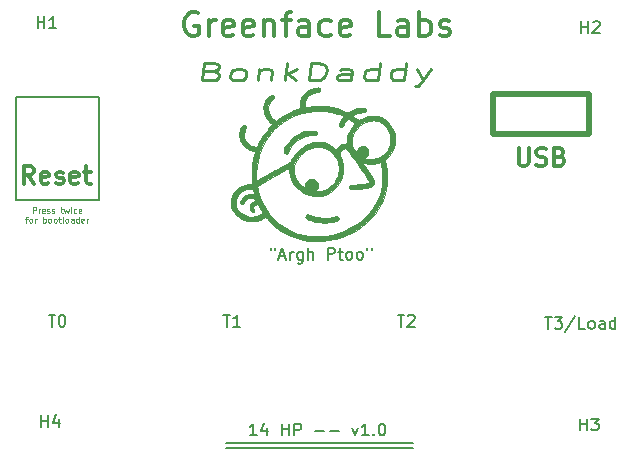
<source format=gbr>
%TF.GenerationSoftware,KiCad,Pcbnew,(6.0.1)*%
%TF.CreationDate,2022-06-17T02:15:53-07:00*%
%TF.ProjectId,BonkDaddyPanel,426f6e6b-4461-4646-9479-50616e656c2e,1.2*%
%TF.SameCoordinates,Original*%
%TF.FileFunction,Legend,Top*%
%TF.FilePolarity,Positive*%
%FSLAX46Y46*%
G04 Gerber Fmt 4.6, Leading zero omitted, Abs format (unit mm)*
G04 Created by KiCad (PCBNEW (6.0.1)) date 2022-06-17 02:15:53*
%MOMM*%
%LPD*%
G01*
G04 APERTURE LIST*
%ADD10C,0.500000*%
%ADD11C,0.150000*%
%ADD12C,0.300000*%
%ADD13C,0.250000*%
%ADD14C,0.100000*%
%ADD15C,0.010000*%
G04 APERTURE END LIST*
D10*
X100100000Y-51000000D02*
X100100000Y-54400000D01*
X100100000Y-54400000D02*
X108200000Y-54400000D01*
D11*
X77500600Y-80981400D02*
X93299400Y-80981400D01*
X59700000Y-51250000D02*
X59700000Y-59932000D01*
X66700000Y-59932000D02*
X66700000Y-51250000D01*
X66700000Y-51250000D02*
X59700000Y-51250000D01*
D10*
X100100000Y-51000000D02*
X108200000Y-51000000D01*
D11*
X59700000Y-59932000D02*
X66700000Y-59932000D01*
X77500600Y-80575000D02*
X93299400Y-80575000D01*
D10*
X108200000Y-51000000D02*
X108200000Y-54400000D01*
D12*
X61242857Y-58578571D02*
X60742857Y-57864285D01*
X60385714Y-58578571D02*
X60385714Y-57078571D01*
X60957142Y-57078571D01*
X61100000Y-57150000D01*
X61171428Y-57221428D01*
X61242857Y-57364285D01*
X61242857Y-57578571D01*
X61171428Y-57721428D01*
X61100000Y-57792857D01*
X60957142Y-57864285D01*
X60385714Y-57864285D01*
X62457142Y-58507142D02*
X62314285Y-58578571D01*
X62028571Y-58578571D01*
X61885714Y-58507142D01*
X61814285Y-58364285D01*
X61814285Y-57792857D01*
X61885714Y-57650000D01*
X62028571Y-57578571D01*
X62314285Y-57578571D01*
X62457142Y-57650000D01*
X62528571Y-57792857D01*
X62528571Y-57935714D01*
X61814285Y-58078571D01*
X63100000Y-58507142D02*
X63242857Y-58578571D01*
X63528571Y-58578571D01*
X63671428Y-58507142D01*
X63742857Y-58364285D01*
X63742857Y-58292857D01*
X63671428Y-58150000D01*
X63528571Y-58078571D01*
X63314285Y-58078571D01*
X63171428Y-58007142D01*
X63100000Y-57864285D01*
X63100000Y-57792857D01*
X63171428Y-57650000D01*
X63314285Y-57578571D01*
X63528571Y-57578571D01*
X63671428Y-57650000D01*
X64957142Y-58507142D02*
X64814285Y-58578571D01*
X64528571Y-58578571D01*
X64385714Y-58507142D01*
X64314285Y-58364285D01*
X64314285Y-57792857D01*
X64385714Y-57650000D01*
X64528571Y-57578571D01*
X64814285Y-57578571D01*
X64957142Y-57650000D01*
X65028571Y-57792857D01*
X65028571Y-57935714D01*
X64314285Y-58078571D01*
X65457142Y-57578571D02*
X66028571Y-57578571D01*
X65671428Y-57078571D02*
X65671428Y-58364285D01*
X65742857Y-58507142D01*
X65885714Y-58578571D01*
X66028571Y-58578571D01*
D11*
X62462495Y-69702380D02*
X63033923Y-69702380D01*
X62748209Y-70702380D02*
X62748209Y-69702380D01*
X63557733Y-69702380D02*
X63652971Y-69702380D01*
X63748209Y-69750000D01*
X63795828Y-69797619D01*
X63843447Y-69892857D01*
X63891066Y-70083333D01*
X63891066Y-70321428D01*
X63843447Y-70511904D01*
X63795828Y-70607142D01*
X63748209Y-70654761D01*
X63652971Y-70702380D01*
X63557733Y-70702380D01*
X63462495Y-70654761D01*
X63414876Y-70607142D01*
X63367257Y-70511904D01*
X63319638Y-70321428D01*
X63319638Y-70083333D01*
X63367257Y-69892857D01*
X63414876Y-69797619D01*
X63462495Y-69750000D01*
X63557733Y-69702380D01*
X77258095Y-69702380D02*
X77829523Y-69702380D01*
X77543809Y-70702380D02*
X77543809Y-69702380D01*
X78686666Y-70702380D02*
X78115238Y-70702380D01*
X78400952Y-70702380D02*
X78400952Y-69702380D01*
X78305714Y-69845238D01*
X78210476Y-69940476D01*
X78115238Y-69988095D01*
X81262659Y-64017034D02*
X81262659Y-64207511D01*
X81643612Y-64017034D02*
X81643612Y-64207511D01*
X82024564Y-64731320D02*
X82500754Y-64731320D01*
X81929326Y-65017034D02*
X82262659Y-64017034D01*
X82595993Y-65017034D01*
X82929326Y-65017034D02*
X82929326Y-64350368D01*
X82929326Y-64540844D02*
X82976945Y-64445606D01*
X83024564Y-64397987D01*
X83119802Y-64350368D01*
X83215040Y-64350368D01*
X83976945Y-64350368D02*
X83976945Y-65159892D01*
X83929326Y-65255130D01*
X83881707Y-65302749D01*
X83786469Y-65350368D01*
X83643612Y-65350368D01*
X83548374Y-65302749D01*
X83976945Y-64969415D02*
X83881707Y-65017034D01*
X83691231Y-65017034D01*
X83595993Y-64969415D01*
X83548374Y-64921796D01*
X83500754Y-64826558D01*
X83500754Y-64540844D01*
X83548374Y-64445606D01*
X83595993Y-64397987D01*
X83691231Y-64350368D01*
X83881707Y-64350368D01*
X83976945Y-64397987D01*
X84453135Y-65017034D02*
X84453135Y-64017034D01*
X84881707Y-65017034D02*
X84881707Y-64493225D01*
X84834088Y-64397987D01*
X84738850Y-64350368D01*
X84595993Y-64350368D01*
X84500754Y-64397987D01*
X84453135Y-64445606D01*
X86119802Y-65017034D02*
X86119802Y-64017034D01*
X86500754Y-64017034D01*
X86595993Y-64064654D01*
X86643612Y-64112273D01*
X86691231Y-64207511D01*
X86691231Y-64350368D01*
X86643612Y-64445606D01*
X86595993Y-64493225D01*
X86500754Y-64540844D01*
X86119802Y-64540844D01*
X86976945Y-64350368D02*
X87357897Y-64350368D01*
X87119802Y-64017034D02*
X87119802Y-64874177D01*
X87167421Y-64969415D01*
X87262659Y-65017034D01*
X87357897Y-65017034D01*
X87834088Y-65017034D02*
X87738850Y-64969415D01*
X87691231Y-64921796D01*
X87643612Y-64826558D01*
X87643612Y-64540844D01*
X87691231Y-64445606D01*
X87738850Y-64397987D01*
X87834088Y-64350368D01*
X87976945Y-64350368D01*
X88072183Y-64397987D01*
X88119802Y-64445606D01*
X88167421Y-64540844D01*
X88167421Y-64826558D01*
X88119802Y-64921796D01*
X88072183Y-64969415D01*
X87976945Y-65017034D01*
X87834088Y-65017034D01*
X88738850Y-65017034D02*
X88643612Y-64969415D01*
X88595993Y-64921796D01*
X88548374Y-64826558D01*
X88548374Y-64540844D01*
X88595993Y-64445606D01*
X88643612Y-64397987D01*
X88738850Y-64350368D01*
X88881707Y-64350368D01*
X88976945Y-64397987D01*
X89024564Y-64445606D01*
X89072183Y-64540844D01*
X89072183Y-64826558D01*
X89024564Y-64921796D01*
X88976945Y-64969415D01*
X88881707Y-65017034D01*
X88738850Y-65017034D01*
X89453135Y-64017034D02*
X89453135Y-64207511D01*
X89834088Y-64017034D02*
X89834088Y-64207511D01*
D12*
X75104761Y-44175000D02*
X74914285Y-44079761D01*
X74628571Y-44079761D01*
X74342857Y-44175000D01*
X74152380Y-44365476D01*
X74057142Y-44555952D01*
X73961904Y-44936904D01*
X73961904Y-45222619D01*
X74057142Y-45603571D01*
X74152380Y-45794047D01*
X74342857Y-45984523D01*
X74628571Y-46079761D01*
X74819047Y-46079761D01*
X75104761Y-45984523D01*
X75199999Y-45889285D01*
X75199999Y-45222619D01*
X74819047Y-45222619D01*
X76057142Y-46079761D02*
X76057142Y-44746428D01*
X76057142Y-45127380D02*
X76152380Y-44936904D01*
X76247619Y-44841666D01*
X76438095Y-44746428D01*
X76628571Y-44746428D01*
X78057142Y-45984523D02*
X77866666Y-46079761D01*
X77485714Y-46079761D01*
X77295238Y-45984523D01*
X77199999Y-45794047D01*
X77199999Y-45032142D01*
X77295238Y-44841666D01*
X77485714Y-44746428D01*
X77866666Y-44746428D01*
X78057142Y-44841666D01*
X78152380Y-45032142D01*
X78152380Y-45222619D01*
X77199999Y-45413095D01*
X79771428Y-45984523D02*
X79580952Y-46079761D01*
X79199999Y-46079761D01*
X79009523Y-45984523D01*
X78914285Y-45794047D01*
X78914285Y-45032142D01*
X79009523Y-44841666D01*
X79199999Y-44746428D01*
X79580952Y-44746428D01*
X79771428Y-44841666D01*
X79866666Y-45032142D01*
X79866666Y-45222619D01*
X78914285Y-45413095D01*
X80723809Y-44746428D02*
X80723809Y-46079761D01*
X80723809Y-44936904D02*
X80819047Y-44841666D01*
X81009523Y-44746428D01*
X81295238Y-44746428D01*
X81485714Y-44841666D01*
X81580952Y-45032142D01*
X81580952Y-46079761D01*
X82247619Y-44746428D02*
X83009523Y-44746428D01*
X82533333Y-46079761D02*
X82533333Y-44365476D01*
X82628571Y-44175000D01*
X82819047Y-44079761D01*
X83009523Y-44079761D01*
X84533333Y-46079761D02*
X84533333Y-45032142D01*
X84438095Y-44841666D01*
X84247619Y-44746428D01*
X83866666Y-44746428D01*
X83676190Y-44841666D01*
X84533333Y-45984523D02*
X84342857Y-46079761D01*
X83866666Y-46079761D01*
X83676190Y-45984523D01*
X83580952Y-45794047D01*
X83580952Y-45603571D01*
X83676190Y-45413095D01*
X83866666Y-45317857D01*
X84342857Y-45317857D01*
X84533333Y-45222619D01*
X86342857Y-45984523D02*
X86152380Y-46079761D01*
X85771428Y-46079761D01*
X85580952Y-45984523D01*
X85485714Y-45889285D01*
X85390476Y-45698809D01*
X85390476Y-45127380D01*
X85485714Y-44936904D01*
X85580952Y-44841666D01*
X85771428Y-44746428D01*
X86152380Y-44746428D01*
X86342857Y-44841666D01*
X87961904Y-45984523D02*
X87771428Y-46079761D01*
X87390476Y-46079761D01*
X87200000Y-45984523D01*
X87104761Y-45794047D01*
X87104761Y-45032142D01*
X87200000Y-44841666D01*
X87390476Y-44746428D01*
X87771428Y-44746428D01*
X87961904Y-44841666D01*
X88057142Y-45032142D01*
X88057142Y-45222619D01*
X87104761Y-45413095D01*
X91390476Y-46079761D02*
X90438095Y-46079761D01*
X90438095Y-44079761D01*
X92914285Y-46079761D02*
X92914285Y-45032142D01*
X92819047Y-44841666D01*
X92628571Y-44746428D01*
X92247619Y-44746428D01*
X92057142Y-44841666D01*
X92914285Y-45984523D02*
X92723809Y-46079761D01*
X92247619Y-46079761D01*
X92057142Y-45984523D01*
X91961904Y-45794047D01*
X91961904Y-45603571D01*
X92057142Y-45413095D01*
X92247619Y-45317857D01*
X92723809Y-45317857D01*
X92914285Y-45222619D01*
X93866666Y-46079761D02*
X93866666Y-44079761D01*
X93866666Y-44841666D02*
X94057142Y-44746428D01*
X94438095Y-44746428D01*
X94628571Y-44841666D01*
X94723809Y-44936904D01*
X94819047Y-45127380D01*
X94819047Y-45698809D01*
X94723809Y-45889285D01*
X94628571Y-45984523D01*
X94438095Y-46079761D01*
X94057142Y-46079761D01*
X93866666Y-45984523D01*
X95580952Y-45984523D02*
X95771428Y-46079761D01*
X96152380Y-46079761D01*
X96342857Y-45984523D01*
X96438095Y-45794047D01*
X96438095Y-45698809D01*
X96342857Y-45508333D01*
X96152380Y-45413095D01*
X95866666Y-45413095D01*
X95676190Y-45317857D01*
X95580952Y-45127380D01*
X95580952Y-45032142D01*
X95676190Y-44841666D01*
X95866666Y-44746428D01*
X96152380Y-44746428D01*
X96342857Y-44841666D01*
D13*
X76365729Y-49067857D02*
X76713943Y-49139285D01*
X76824062Y-49210714D01*
X76925252Y-49353571D01*
X76898467Y-49567857D01*
X76761562Y-49710714D01*
X76633586Y-49782142D01*
X76386562Y-49853571D01*
X75434181Y-49853571D01*
X75621681Y-48353571D01*
X76455014Y-48353571D01*
X76684181Y-48425000D01*
X76794300Y-48496428D01*
X76895491Y-48639285D01*
X76877633Y-48782142D01*
X76740729Y-48925000D01*
X76612752Y-48996428D01*
X76365729Y-49067857D01*
X75532395Y-49067857D01*
X78291324Y-49853571D02*
X78062157Y-49782142D01*
X77952038Y-49710714D01*
X77850848Y-49567857D01*
X77904419Y-49139285D01*
X78041324Y-48996428D01*
X78169300Y-48925000D01*
X78416324Y-48853571D01*
X78773467Y-48853571D01*
X79002633Y-48925000D01*
X79112752Y-48996428D01*
X79213943Y-49139285D01*
X79160372Y-49567857D01*
X79023467Y-49710714D01*
X78895491Y-49782142D01*
X78648467Y-49853571D01*
X78291324Y-49853571D01*
X80321086Y-48853571D02*
X80196086Y-49853571D01*
X80303229Y-48996428D02*
X80431205Y-48925000D01*
X80678229Y-48853571D01*
X81035372Y-48853571D01*
X81264538Y-48925000D01*
X81365729Y-49067857D01*
X81267514Y-49853571D01*
X82457991Y-49853571D02*
X82645491Y-48353571D01*
X82767514Y-49282142D02*
X83410372Y-49853571D01*
X83535372Y-48853571D02*
X82511562Y-49425000D01*
X84481800Y-49853571D02*
X84669300Y-48353571D01*
X85264538Y-48353571D01*
X85612752Y-48425000D01*
X85832991Y-48567857D01*
X85934181Y-48710714D01*
X86017514Y-48996428D01*
X85990729Y-49210714D01*
X85835967Y-49496428D01*
X85699062Y-49639285D01*
X85443110Y-49782142D01*
X85077038Y-49853571D01*
X84481800Y-49853571D01*
X88053229Y-49853571D02*
X88151443Y-49067857D01*
X88050252Y-48925000D01*
X87821086Y-48853571D01*
X87344895Y-48853571D01*
X87097872Y-48925000D01*
X88062157Y-49782142D02*
X87815133Y-49853571D01*
X87219895Y-49853571D01*
X86990729Y-49782142D01*
X86889538Y-49639285D01*
X86907395Y-49496428D01*
X87044300Y-49353571D01*
X87291324Y-49282142D01*
X87886562Y-49282142D01*
X88133586Y-49210714D01*
X90315133Y-49853571D02*
X90502633Y-48353571D01*
X90324062Y-49782142D02*
X90077038Y-49853571D01*
X89600848Y-49853571D01*
X89371681Y-49782142D01*
X89261562Y-49710714D01*
X89160372Y-49567857D01*
X89213943Y-49139285D01*
X89350848Y-48996428D01*
X89478824Y-48925000D01*
X89725848Y-48853571D01*
X90202038Y-48853571D01*
X90431205Y-48925000D01*
X92577038Y-49853571D02*
X92764538Y-48353571D01*
X92585967Y-49782142D02*
X92338943Y-49853571D01*
X91862752Y-49853571D01*
X91633586Y-49782142D01*
X91523467Y-49710714D01*
X91422276Y-49567857D01*
X91475848Y-49139285D01*
X91612752Y-48996428D01*
X91740729Y-48925000D01*
X91987752Y-48853571D01*
X92463943Y-48853571D01*
X92693110Y-48925000D01*
X93654419Y-48853571D02*
X94124657Y-49853571D01*
X94844895Y-48853571D02*
X94124657Y-49853571D01*
X93841919Y-50210714D01*
X93713943Y-50282142D01*
X93466919Y-50353571D01*
D11*
X80083333Y-79902380D02*
X79511904Y-79902380D01*
X79797619Y-79902380D02*
X79797619Y-78902380D01*
X79702380Y-79045238D01*
X79607142Y-79140476D01*
X79511904Y-79188095D01*
X80940476Y-79235714D02*
X80940476Y-79902380D01*
X80702380Y-78854761D02*
X80464285Y-79569047D01*
X81083333Y-79569047D01*
X82226190Y-79902380D02*
X82226190Y-78902380D01*
X82226190Y-79378571D02*
X82797619Y-79378571D01*
X82797619Y-79902380D02*
X82797619Y-78902380D01*
X83273809Y-79902380D02*
X83273809Y-78902380D01*
X83654761Y-78902380D01*
X83750000Y-78950000D01*
X83797619Y-78997619D01*
X83845238Y-79092857D01*
X83845238Y-79235714D01*
X83797619Y-79330952D01*
X83750000Y-79378571D01*
X83654761Y-79426190D01*
X83273809Y-79426190D01*
X85035714Y-79521428D02*
X85797619Y-79521428D01*
X86273809Y-79521428D02*
X87035714Y-79521428D01*
X88178571Y-79235714D02*
X88416666Y-79902380D01*
X88654761Y-79235714D01*
X89559523Y-79902380D02*
X88988095Y-79902380D01*
X89273809Y-79902380D02*
X89273809Y-78902380D01*
X89178571Y-79045238D01*
X89083333Y-79140476D01*
X88988095Y-79188095D01*
X89988095Y-79807142D02*
X90035714Y-79854761D01*
X89988095Y-79902380D01*
X89940476Y-79854761D01*
X89988095Y-79807142D01*
X89988095Y-79902380D01*
X90654761Y-78902380D02*
X90750000Y-78902380D01*
X90845238Y-78950000D01*
X90892857Y-78997619D01*
X90940476Y-79092857D01*
X90988095Y-79283333D01*
X90988095Y-79521428D01*
X90940476Y-79711904D01*
X90892857Y-79807142D01*
X90845238Y-79854761D01*
X90750000Y-79902380D01*
X90654761Y-79902380D01*
X90559523Y-79854761D01*
X90511904Y-79807142D01*
X90464285Y-79711904D01*
X90416666Y-79521428D01*
X90416666Y-79283333D01*
X90464285Y-79092857D01*
X90511904Y-78997619D01*
X90559523Y-78950000D01*
X90654761Y-78902380D01*
X104502380Y-69877380D02*
X105073809Y-69877380D01*
X104788095Y-70877380D02*
X104788095Y-69877380D01*
X105311904Y-69877380D02*
X105930952Y-69877380D01*
X105597619Y-70258333D01*
X105740476Y-70258333D01*
X105835714Y-70305952D01*
X105883333Y-70353571D01*
X105930952Y-70448809D01*
X105930952Y-70686904D01*
X105883333Y-70782142D01*
X105835714Y-70829761D01*
X105740476Y-70877380D01*
X105454761Y-70877380D01*
X105359523Y-70829761D01*
X105311904Y-70782142D01*
X107073809Y-69829761D02*
X106216666Y-71115476D01*
X107883333Y-70877380D02*
X107407142Y-70877380D01*
X107407142Y-69877380D01*
X108359523Y-70877380D02*
X108264285Y-70829761D01*
X108216666Y-70782142D01*
X108169047Y-70686904D01*
X108169047Y-70401190D01*
X108216666Y-70305952D01*
X108264285Y-70258333D01*
X108359523Y-70210714D01*
X108502380Y-70210714D01*
X108597619Y-70258333D01*
X108645238Y-70305952D01*
X108692857Y-70401190D01*
X108692857Y-70686904D01*
X108645238Y-70782142D01*
X108597619Y-70829761D01*
X108502380Y-70877380D01*
X108359523Y-70877380D01*
X109550000Y-70877380D02*
X109550000Y-70353571D01*
X109502380Y-70258333D01*
X109407142Y-70210714D01*
X109216666Y-70210714D01*
X109121428Y-70258333D01*
X109550000Y-70829761D02*
X109454761Y-70877380D01*
X109216666Y-70877380D01*
X109121428Y-70829761D01*
X109073809Y-70734523D01*
X109073809Y-70639285D01*
X109121428Y-70544047D01*
X109216666Y-70496428D01*
X109454761Y-70496428D01*
X109550000Y-70448809D01*
X110454761Y-70877380D02*
X110454761Y-69877380D01*
X110454761Y-70829761D02*
X110359523Y-70877380D01*
X110169047Y-70877380D01*
X110073809Y-70829761D01*
X110026190Y-70782142D01*
X109978571Y-70686904D01*
X109978571Y-70401190D01*
X110026190Y-70305952D01*
X110073809Y-70258333D01*
X110169047Y-70210714D01*
X110359523Y-70210714D01*
X110454761Y-70258333D01*
D14*
X61124380Y-61076490D02*
X61124380Y-60576490D01*
X61314857Y-60576490D01*
X61362476Y-60600300D01*
X61386285Y-60624109D01*
X61410095Y-60671728D01*
X61410095Y-60743157D01*
X61386285Y-60790776D01*
X61362476Y-60814585D01*
X61314857Y-60838395D01*
X61124380Y-60838395D01*
X61624380Y-61076490D02*
X61624380Y-60743157D01*
X61624380Y-60838395D02*
X61648190Y-60790776D01*
X61672000Y-60766966D01*
X61719619Y-60743157D01*
X61767238Y-60743157D01*
X62124380Y-61052680D02*
X62076761Y-61076490D01*
X61981523Y-61076490D01*
X61933904Y-61052680D01*
X61910095Y-61005061D01*
X61910095Y-60814585D01*
X61933904Y-60766966D01*
X61981523Y-60743157D01*
X62076761Y-60743157D01*
X62124380Y-60766966D01*
X62148190Y-60814585D01*
X62148190Y-60862204D01*
X61910095Y-60909823D01*
X62338666Y-61052680D02*
X62386285Y-61076490D01*
X62481523Y-61076490D01*
X62529142Y-61052680D01*
X62552952Y-61005061D01*
X62552952Y-60981252D01*
X62529142Y-60933633D01*
X62481523Y-60909823D01*
X62410095Y-60909823D01*
X62362476Y-60886014D01*
X62338666Y-60838395D01*
X62338666Y-60814585D01*
X62362476Y-60766966D01*
X62410095Y-60743157D01*
X62481523Y-60743157D01*
X62529142Y-60766966D01*
X62743428Y-61052680D02*
X62791047Y-61076490D01*
X62886285Y-61076490D01*
X62933904Y-61052680D01*
X62957714Y-61005061D01*
X62957714Y-60981252D01*
X62933904Y-60933633D01*
X62886285Y-60909823D01*
X62814857Y-60909823D01*
X62767238Y-60886014D01*
X62743428Y-60838395D01*
X62743428Y-60814585D01*
X62767238Y-60766966D01*
X62814857Y-60743157D01*
X62886285Y-60743157D01*
X62933904Y-60766966D01*
X63481523Y-60743157D02*
X63672000Y-60743157D01*
X63552952Y-60576490D02*
X63552952Y-61005061D01*
X63576761Y-61052680D01*
X63624380Y-61076490D01*
X63672000Y-61076490D01*
X63791047Y-60743157D02*
X63886285Y-61076490D01*
X63981523Y-60838395D01*
X64076761Y-61076490D01*
X64172000Y-60743157D01*
X64362476Y-61076490D02*
X64362476Y-60743157D01*
X64362476Y-60576490D02*
X64338666Y-60600300D01*
X64362476Y-60624109D01*
X64386285Y-60600300D01*
X64362476Y-60576490D01*
X64362476Y-60624109D01*
X64814857Y-61052680D02*
X64767238Y-61076490D01*
X64672000Y-61076490D01*
X64624380Y-61052680D01*
X64600571Y-61028871D01*
X64576761Y-60981252D01*
X64576761Y-60838395D01*
X64600571Y-60790776D01*
X64624380Y-60766966D01*
X64672000Y-60743157D01*
X64767238Y-60743157D01*
X64814857Y-60766966D01*
X65219619Y-61052680D02*
X65172000Y-61076490D01*
X65076761Y-61076490D01*
X65029142Y-61052680D01*
X65005333Y-61005061D01*
X65005333Y-60814585D01*
X65029142Y-60766966D01*
X65076761Y-60743157D01*
X65172000Y-60743157D01*
X65219619Y-60766966D01*
X65243428Y-60814585D01*
X65243428Y-60862204D01*
X65005333Y-60909823D01*
X60505333Y-61548157D02*
X60695809Y-61548157D01*
X60576761Y-61881490D02*
X60576761Y-61452919D01*
X60600571Y-61405300D01*
X60648190Y-61381490D01*
X60695809Y-61381490D01*
X60933904Y-61881490D02*
X60886285Y-61857680D01*
X60862476Y-61833871D01*
X60838666Y-61786252D01*
X60838666Y-61643395D01*
X60862476Y-61595776D01*
X60886285Y-61571966D01*
X60933904Y-61548157D01*
X61005333Y-61548157D01*
X61052952Y-61571966D01*
X61076761Y-61595776D01*
X61100571Y-61643395D01*
X61100571Y-61786252D01*
X61076761Y-61833871D01*
X61052952Y-61857680D01*
X61005333Y-61881490D01*
X60933904Y-61881490D01*
X61314857Y-61881490D02*
X61314857Y-61548157D01*
X61314857Y-61643395D02*
X61338666Y-61595776D01*
X61362476Y-61571966D01*
X61410095Y-61548157D01*
X61457714Y-61548157D01*
X62005333Y-61881490D02*
X62005333Y-61381490D01*
X62005333Y-61571966D02*
X62052952Y-61548157D01*
X62148190Y-61548157D01*
X62195809Y-61571966D01*
X62219619Y-61595776D01*
X62243428Y-61643395D01*
X62243428Y-61786252D01*
X62219619Y-61833871D01*
X62195809Y-61857680D01*
X62148190Y-61881490D01*
X62052952Y-61881490D01*
X62005333Y-61857680D01*
X62529142Y-61881490D02*
X62481523Y-61857680D01*
X62457714Y-61833871D01*
X62433904Y-61786252D01*
X62433904Y-61643395D01*
X62457714Y-61595776D01*
X62481523Y-61571966D01*
X62529142Y-61548157D01*
X62600571Y-61548157D01*
X62648190Y-61571966D01*
X62672000Y-61595776D01*
X62695809Y-61643395D01*
X62695809Y-61786252D01*
X62672000Y-61833871D01*
X62648190Y-61857680D01*
X62600571Y-61881490D01*
X62529142Y-61881490D01*
X62981523Y-61881490D02*
X62933904Y-61857680D01*
X62910095Y-61833871D01*
X62886285Y-61786252D01*
X62886285Y-61643395D01*
X62910095Y-61595776D01*
X62933904Y-61571966D01*
X62981523Y-61548157D01*
X63052952Y-61548157D01*
X63100571Y-61571966D01*
X63124380Y-61595776D01*
X63148190Y-61643395D01*
X63148190Y-61786252D01*
X63124380Y-61833871D01*
X63100571Y-61857680D01*
X63052952Y-61881490D01*
X62981523Y-61881490D01*
X63291047Y-61548157D02*
X63481523Y-61548157D01*
X63362476Y-61381490D02*
X63362476Y-61810061D01*
X63386285Y-61857680D01*
X63433904Y-61881490D01*
X63481523Y-61881490D01*
X63719619Y-61881490D02*
X63672000Y-61857680D01*
X63648190Y-61810061D01*
X63648190Y-61381490D01*
X63981523Y-61881490D02*
X63933904Y-61857680D01*
X63910095Y-61833871D01*
X63886285Y-61786252D01*
X63886285Y-61643395D01*
X63910095Y-61595776D01*
X63933904Y-61571966D01*
X63981523Y-61548157D01*
X64052952Y-61548157D01*
X64100571Y-61571966D01*
X64124380Y-61595776D01*
X64148190Y-61643395D01*
X64148190Y-61786252D01*
X64124380Y-61833871D01*
X64100571Y-61857680D01*
X64052952Y-61881490D01*
X63981523Y-61881490D01*
X64576761Y-61881490D02*
X64576761Y-61619585D01*
X64552952Y-61571966D01*
X64505333Y-61548157D01*
X64410095Y-61548157D01*
X64362476Y-61571966D01*
X64576761Y-61857680D02*
X64529142Y-61881490D01*
X64410095Y-61881490D01*
X64362476Y-61857680D01*
X64338666Y-61810061D01*
X64338666Y-61762442D01*
X64362476Y-61714823D01*
X64410095Y-61691014D01*
X64529142Y-61691014D01*
X64576761Y-61667204D01*
X65029142Y-61881490D02*
X65029142Y-61381490D01*
X65029142Y-61857680D02*
X64981523Y-61881490D01*
X64886285Y-61881490D01*
X64838666Y-61857680D01*
X64814857Y-61833871D01*
X64791047Y-61786252D01*
X64791047Y-61643395D01*
X64814857Y-61595776D01*
X64838666Y-61571966D01*
X64886285Y-61548157D01*
X64981523Y-61548157D01*
X65029142Y-61571966D01*
X65457714Y-61857680D02*
X65410095Y-61881490D01*
X65314857Y-61881490D01*
X65267238Y-61857680D01*
X65243428Y-61810061D01*
X65243428Y-61619585D01*
X65267238Y-61571966D01*
X65314857Y-61548157D01*
X65410095Y-61548157D01*
X65457714Y-61571966D01*
X65481523Y-61619585D01*
X65481523Y-61667204D01*
X65243428Y-61714823D01*
X65695809Y-61881490D02*
X65695809Y-61548157D01*
X65695809Y-61643395D02*
X65719619Y-61595776D01*
X65743428Y-61571966D01*
X65791047Y-61548157D01*
X65838666Y-61548157D01*
D12*
X102257142Y-55578571D02*
X102257142Y-56792857D01*
X102328571Y-56935714D01*
X102400000Y-57007142D01*
X102542857Y-57078571D01*
X102828571Y-57078571D01*
X102971428Y-57007142D01*
X103042857Y-56935714D01*
X103114285Y-56792857D01*
X103114285Y-55578571D01*
X103757142Y-57007142D02*
X103971428Y-57078571D01*
X104328571Y-57078571D01*
X104471428Y-57007142D01*
X104542857Y-56935714D01*
X104614285Y-56792857D01*
X104614285Y-56650000D01*
X104542857Y-56507142D01*
X104471428Y-56435714D01*
X104328571Y-56364285D01*
X104042857Y-56292857D01*
X103900000Y-56221428D01*
X103828571Y-56150000D01*
X103757142Y-56007142D01*
X103757142Y-55864285D01*
X103828571Y-55721428D01*
X103900000Y-55650000D01*
X104042857Y-55578571D01*
X104400000Y-55578571D01*
X104614285Y-55650000D01*
X105757142Y-56292857D02*
X105971428Y-56364285D01*
X106042857Y-56435714D01*
X106114285Y-56578571D01*
X106114285Y-56792857D01*
X106042857Y-56935714D01*
X105971428Y-57007142D01*
X105828571Y-57078571D01*
X105257142Y-57078571D01*
X105257142Y-55578571D01*
X105757142Y-55578571D01*
X105900000Y-55650000D01*
X105971428Y-55721428D01*
X106042857Y-55864285D01*
X106042857Y-56007142D01*
X105971428Y-56150000D01*
X105900000Y-56221428D01*
X105757142Y-56292857D01*
X105257142Y-56292857D01*
D11*
X92018095Y-69702380D02*
X92589523Y-69702380D01*
X92303809Y-70702380D02*
X92303809Y-69702380D01*
X92875238Y-69797619D02*
X92922857Y-69750000D01*
X93018095Y-69702380D01*
X93256190Y-69702380D01*
X93351428Y-69750000D01*
X93399047Y-69797619D01*
X93446666Y-69892857D01*
X93446666Y-69988095D01*
X93399047Y-70130952D01*
X92827619Y-70702380D01*
X93446666Y-70702380D01*
%TO.C,H1*%
X61538095Y-45427380D02*
X61538095Y-44427380D01*
X61538095Y-44903571D02*
X62109523Y-44903571D01*
X62109523Y-45427380D02*
X62109523Y-44427380D01*
X63109523Y-45427380D02*
X62538095Y-45427380D01*
X62823809Y-45427380D02*
X62823809Y-44427380D01*
X62728571Y-44570238D01*
X62633333Y-44665476D01*
X62538095Y-44713095D01*
%TO.C,H2*%
X107558095Y-45827380D02*
X107558095Y-44827380D01*
X107558095Y-45303571D02*
X108129523Y-45303571D01*
X108129523Y-45827380D02*
X108129523Y-44827380D01*
X108558095Y-44922619D02*
X108605714Y-44875000D01*
X108700952Y-44827380D01*
X108939047Y-44827380D01*
X109034285Y-44875000D01*
X109081904Y-44922619D01*
X109129523Y-45017857D01*
X109129523Y-45113095D01*
X109081904Y-45255952D01*
X108510476Y-45827380D01*
X109129523Y-45827380D01*
%TO.C,H3*%
X107458095Y-79477380D02*
X107458095Y-78477380D01*
X107458095Y-78953571D02*
X108029523Y-78953571D01*
X108029523Y-79477380D02*
X108029523Y-78477380D01*
X108410476Y-78477380D02*
X109029523Y-78477380D01*
X108696190Y-78858333D01*
X108839047Y-78858333D01*
X108934285Y-78905952D01*
X108981904Y-78953571D01*
X109029523Y-79048809D01*
X109029523Y-79286904D01*
X108981904Y-79382142D01*
X108934285Y-79429761D01*
X108839047Y-79477380D01*
X108553333Y-79477380D01*
X108458095Y-79429761D01*
X108410476Y-79382142D01*
%TO.C,H4*%
X61838095Y-79177380D02*
X61838095Y-78177380D01*
X61838095Y-78653571D02*
X62409523Y-78653571D01*
X62409523Y-79177380D02*
X62409523Y-78177380D01*
X63314285Y-78510714D02*
X63314285Y-79177380D01*
X63076190Y-78129761D02*
X62838095Y-78844047D01*
X63457142Y-78844047D01*
D15*
%TO.C,GR1*%
X85345850Y-50448564D02*
X85385001Y-50468964D01*
X85385001Y-50468964D02*
X85406324Y-50488324D01*
X85406324Y-50488324D02*
X85449317Y-50563678D01*
X85449317Y-50563678D02*
X85458749Y-50656627D01*
X85458749Y-50656627D02*
X85433324Y-50745532D01*
X85433324Y-50745532D02*
X85422739Y-50762664D01*
X85422739Y-50762664D02*
X85380233Y-50798884D01*
X85380233Y-50798884D02*
X85304547Y-50826833D01*
X85304547Y-50826833D02*
X85213189Y-50845904D01*
X85213189Y-50845904D02*
X84940894Y-50907631D01*
X84940894Y-50907631D02*
X84712148Y-50992619D01*
X84712148Y-50992619D02*
X84524659Y-51102237D01*
X84524659Y-51102237D02*
X84376135Y-51237854D01*
X84376135Y-51237854D02*
X84264284Y-51400839D01*
X84264284Y-51400839D02*
X84255442Y-51417875D01*
X84255442Y-51417875D02*
X84196481Y-51578373D01*
X84196481Y-51578373D02*
X84163247Y-51769234D01*
X84163247Y-51769234D02*
X84158103Y-51975712D01*
X84158103Y-51975712D02*
X84160249Y-52012105D01*
X84160249Y-52012105D02*
X84167032Y-52080482D01*
X84167032Y-52080482D02*
X84181687Y-52110079D01*
X84181687Y-52110079D02*
X84215423Y-52112808D01*
X84215423Y-52112808D02*
X84249149Y-52106571D01*
X84249149Y-52106571D02*
X84522553Y-52061310D01*
X84522553Y-52061310D02*
X84823536Y-52028690D01*
X84823536Y-52028690D02*
X85137109Y-52009290D01*
X85137109Y-52009290D02*
X85448283Y-52003688D01*
X85448283Y-52003688D02*
X85742068Y-52012462D01*
X85742068Y-52012462D02*
X86003475Y-52036190D01*
X86003475Y-52036190D02*
X86019200Y-52038293D01*
X86019200Y-52038293D02*
X86433307Y-52111996D01*
X86433307Y-52111996D02*
X86846922Y-52218091D01*
X86846922Y-52218091D02*
X87243559Y-52351812D01*
X87243559Y-52351812D02*
X87548187Y-52480422D01*
X87548187Y-52480422D02*
X87661255Y-52531816D01*
X87661255Y-52531816D02*
X87737623Y-52562126D01*
X87737623Y-52562126D02*
X87785615Y-52573792D01*
X87785615Y-52573792D02*
X87813556Y-52569256D01*
X87813556Y-52569256D02*
X87823139Y-52561049D01*
X87823139Y-52561049D02*
X87860235Y-52533225D01*
X87860235Y-52533225D02*
X87932900Y-52490997D01*
X87932900Y-52490997D02*
X88029973Y-52439877D01*
X88029973Y-52439877D02*
X88140290Y-52385378D01*
X88140290Y-52385378D02*
X88252689Y-52333013D01*
X88252689Y-52333013D02*
X88356006Y-52288293D01*
X88356006Y-52288293D02*
X88439079Y-52256731D01*
X88439079Y-52256731D02*
X88440011Y-52256420D01*
X88440011Y-52256420D02*
X88581431Y-52216478D01*
X88581431Y-52216478D02*
X88743025Y-52181921D01*
X88743025Y-52181921D02*
X88904341Y-52156376D01*
X88904341Y-52156376D02*
X89044925Y-52143469D01*
X89044925Y-52143469D02*
X89082134Y-52142600D01*
X89082134Y-52142600D02*
X89178700Y-52148870D01*
X89178700Y-52148870D02*
X89241529Y-52170503D01*
X89241529Y-52170503D02*
X89269753Y-52192753D01*
X89269753Y-52192753D02*
X89327333Y-52277761D01*
X89327333Y-52277761D02*
X89337044Y-52365665D01*
X89337044Y-52365665D02*
X89302873Y-52443051D01*
X89302873Y-52443051D02*
X89271726Y-52478373D01*
X89271726Y-52478373D02*
X89232807Y-52504806D01*
X89232807Y-52504806D02*
X89176578Y-52525367D01*
X89176578Y-52525367D02*
X89093498Y-52543075D01*
X89093498Y-52543075D02*
X88974027Y-52560949D01*
X88974027Y-52560949D02*
X88899621Y-52570643D01*
X88899621Y-52570643D02*
X88748678Y-52597255D01*
X88748678Y-52597255D02*
X88589148Y-52637835D01*
X88589148Y-52637835D02*
X88437307Y-52687301D01*
X88437307Y-52687301D02*
X88309428Y-52740572D01*
X88309428Y-52740572D02*
X88247936Y-52774150D01*
X88247936Y-52774150D02*
X88171948Y-52822262D01*
X88171948Y-52822262D02*
X88333824Y-52931123D01*
X88333824Y-52931123D02*
X88434514Y-53001502D01*
X88434514Y-53001502D02*
X88538018Y-53078065D01*
X88538018Y-53078065D02*
X88615543Y-53139082D01*
X88615543Y-53139082D02*
X88735386Y-53238179D01*
X88735386Y-53238179D02*
X88883510Y-53151366D01*
X88883510Y-53151366D02*
X89188945Y-52999422D01*
X89188945Y-52999422D02*
X89503730Y-52896841D01*
X89503730Y-52896841D02*
X89831601Y-52842496D01*
X89831601Y-52842496D02*
X89931117Y-52835526D01*
X89931117Y-52835526D02*
X90138026Y-52834131D01*
X90138026Y-52834131D02*
X90316959Y-52855032D01*
X90316959Y-52855032D02*
X90487336Y-52902256D01*
X90487336Y-52902256D02*
X90668583Y-52979827D01*
X90668583Y-52979827D02*
X90698332Y-52994542D01*
X90698332Y-52994542D02*
X90952974Y-53150332D01*
X90952974Y-53150332D02*
X91181860Y-53347485D01*
X91181860Y-53347485D02*
X91381889Y-53581896D01*
X91381889Y-53581896D02*
X91549958Y-53849457D01*
X91549958Y-53849457D02*
X91682967Y-54146063D01*
X91682967Y-54146063D02*
X91762473Y-54403200D01*
X91762473Y-54403200D02*
X91785747Y-54540557D01*
X91785747Y-54540557D02*
X91797734Y-54711117D01*
X91797734Y-54711117D02*
X91798801Y-54898637D01*
X91798801Y-54898637D02*
X91789315Y-55086874D01*
X91789315Y-55086874D02*
X91769643Y-55259586D01*
X91769643Y-55259586D02*
X91740153Y-55400529D01*
X91740153Y-55400529D02*
X91739903Y-55401399D01*
X91739903Y-55401399D02*
X91628820Y-55704369D01*
X91628820Y-55704369D02*
X91476870Y-55979967D01*
X91476870Y-55979967D02*
X91281158Y-56232866D01*
X91281158Y-56232866D02*
X91129239Y-56387169D01*
X91129239Y-56387169D02*
X91038278Y-56474002D01*
X91038278Y-56474002D02*
X90980679Y-56535366D01*
X90980679Y-56535366D02*
X90950935Y-56578505D01*
X90950935Y-56578505D02*
X90943539Y-56610660D01*
X90943539Y-56610660D02*
X90947142Y-56626661D01*
X90947142Y-56626661D02*
X90959526Y-56670666D01*
X90959526Y-56670666D02*
X90979149Y-56752993D01*
X90979149Y-56752993D02*
X91003381Y-56862130D01*
X91003381Y-56862130D02*
X91029591Y-56986566D01*
X91029591Y-56986566D02*
X91031311Y-56994961D01*
X91031311Y-56994961D02*
X91113796Y-57512692D01*
X91113796Y-57512692D02*
X91146906Y-58019029D01*
X91146906Y-58019029D02*
X91130496Y-58515106D01*
X91130496Y-58515106D02*
X91064422Y-59002057D01*
X91064422Y-59002057D02*
X90948539Y-59481017D01*
X90948539Y-59481017D02*
X90782703Y-59953121D01*
X90782703Y-59953121D02*
X90604533Y-60345537D01*
X90604533Y-60345537D02*
X90367943Y-60761478D01*
X90367943Y-60761478D02*
X90086808Y-61156850D01*
X90086808Y-61156850D02*
X89764080Y-61529100D01*
X89764080Y-61529100D02*
X89402715Y-61875672D01*
X89402715Y-61875672D02*
X89005665Y-62194012D01*
X89005665Y-62194012D02*
X88575884Y-62481565D01*
X88575884Y-62481565D02*
X88116325Y-62735776D01*
X88116325Y-62735776D02*
X87629942Y-62954091D01*
X87629942Y-62954091D02*
X87554417Y-62983753D01*
X87554417Y-62983753D02*
X87271666Y-63088667D01*
X87271666Y-63088667D02*
X87016142Y-63173655D01*
X87016142Y-63173655D02*
X86770674Y-63243484D01*
X86770674Y-63243484D02*
X86518093Y-63302919D01*
X86518093Y-63302919D02*
X86241230Y-63356726D01*
X86241230Y-63356726D02*
X86158900Y-63371110D01*
X86158900Y-63371110D02*
X85973891Y-63396104D01*
X85973891Y-63396104D02*
X85751772Y-63415402D01*
X85751772Y-63415402D02*
X85505949Y-63428694D01*
X85505949Y-63428694D02*
X85249826Y-63435672D01*
X85249826Y-63435672D02*
X84996807Y-63436025D01*
X84996807Y-63436025D02*
X84760296Y-63429445D01*
X84760296Y-63429445D02*
X84553698Y-63415621D01*
X84553698Y-63415621D02*
X84495200Y-63409514D01*
X84495200Y-63409514D02*
X83979515Y-63325653D01*
X83979515Y-63325653D02*
X83475514Y-63196061D01*
X83475514Y-63196061D02*
X82990359Y-63022843D01*
X82990359Y-63022843D02*
X82642742Y-62865352D01*
X82642742Y-62865352D02*
X82234169Y-62640455D01*
X82234169Y-62640455D02*
X81855376Y-62385972D01*
X81855376Y-62385972D02*
X81498969Y-62096090D01*
X81498969Y-62096090D02*
X81157556Y-61764998D01*
X81157556Y-61764998D02*
X80944965Y-61530473D01*
X80944965Y-61530473D02*
X80885862Y-61464336D01*
X80885862Y-61464336D02*
X80848328Y-61431715D01*
X80848328Y-61431715D02*
X80821735Y-61426831D01*
X80821735Y-61426831D02*
X80795456Y-61443907D01*
X80795456Y-61443907D02*
X80791779Y-61447193D01*
X80791779Y-61447193D02*
X80732669Y-61487383D01*
X80732669Y-61487383D02*
X80637617Y-61537370D01*
X80637617Y-61537370D02*
X80519126Y-61591661D01*
X80519126Y-61591661D02*
X80389699Y-61644761D01*
X80389699Y-61644761D02*
X80261837Y-61691177D01*
X80261837Y-61691177D02*
X80175491Y-61718016D01*
X80175491Y-61718016D02*
X80011583Y-61753868D01*
X80011583Y-61753868D02*
X79824769Y-61778181D01*
X79824769Y-61778181D02*
X79632953Y-61789850D01*
X79632953Y-61789850D02*
X79454040Y-61787771D01*
X79454040Y-61787771D02*
X79309311Y-61771486D01*
X79309311Y-61771486D02*
X79030451Y-61697378D01*
X79030451Y-61697378D02*
X78779123Y-61584490D01*
X78779123Y-61584490D02*
X78548460Y-61428989D01*
X78548460Y-61428989D02*
X78331596Y-61227038D01*
X78331596Y-61227038D02*
X78328554Y-61223787D01*
X78328554Y-61223787D02*
X78156578Y-61012371D01*
X78156578Y-61012371D02*
X78031057Y-60793861D01*
X78031057Y-60793861D02*
X77947659Y-60560158D01*
X77947659Y-60560158D02*
X77928004Y-60475181D01*
X77928004Y-60475181D02*
X77897948Y-60204304D01*
X77897948Y-60204304D02*
X77905630Y-60102158D01*
X77905630Y-60102158D02*
X78306157Y-60102158D01*
X78306157Y-60102158D02*
X78307672Y-60311774D01*
X78307672Y-60311774D02*
X78352327Y-60521547D01*
X78352327Y-60521547D02*
X78443235Y-60726303D01*
X78443235Y-60726303D02*
X78454460Y-60745422D01*
X78454460Y-60745422D02*
X78570192Y-60901686D01*
X78570192Y-60901686D02*
X78720125Y-61049666D01*
X78720125Y-61049666D02*
X78891815Y-61180207D01*
X78891815Y-61180207D02*
X79072816Y-61284153D01*
X79072816Y-61284153D02*
X79250684Y-61352350D01*
X79250684Y-61352350D02*
X79293719Y-61362850D01*
X79293719Y-61362850D02*
X79424176Y-61378945D01*
X79424176Y-61378945D02*
X79585569Y-61381757D01*
X79585569Y-61381757D02*
X79760149Y-61372516D01*
X79760149Y-61372516D02*
X79930169Y-61352449D01*
X79930169Y-61352449D02*
X80077881Y-61322787D01*
X80077881Y-61322787D02*
X80139100Y-61304293D01*
X80139100Y-61304293D02*
X80318763Y-61237500D01*
X80318763Y-61237500D02*
X80453275Y-61180423D01*
X80453275Y-61180423D02*
X80541080Y-61133770D01*
X80541080Y-61133770D02*
X80575474Y-61105891D01*
X80575474Y-61105891D02*
X80585154Y-61077317D01*
X80585154Y-61077317D02*
X80573263Y-61031942D01*
X80573263Y-61031942D02*
X80536435Y-60960357D01*
X80536435Y-60960357D02*
X80503822Y-60905570D01*
X80503822Y-60905570D02*
X80444278Y-60803943D01*
X80444278Y-60803943D02*
X80374906Y-60679237D01*
X80374906Y-60679237D02*
X80308180Y-60554017D01*
X80308180Y-60554017D02*
X80290613Y-60519863D01*
X80290613Y-60519863D02*
X80238400Y-60418783D01*
X80238400Y-60418783D02*
X80201893Y-60355596D01*
X80201893Y-60355596D02*
X80174152Y-60322721D01*
X80174152Y-60322721D02*
X80148235Y-60312579D01*
X80148235Y-60312579D02*
X80117205Y-60317588D01*
X80117205Y-60317588D02*
X80107905Y-60320298D01*
X80107905Y-60320298D02*
X79987737Y-60362048D01*
X79987737Y-60362048D02*
X79903059Y-60406710D01*
X79903059Y-60406710D02*
X79855334Y-60445101D01*
X79855334Y-60445101D02*
X79796456Y-60519990D01*
X79796456Y-60519990D02*
X79782691Y-60597335D01*
X79782691Y-60597335D02*
X79812294Y-60689781D01*
X79812294Y-60689781D02*
X79819565Y-60704199D01*
X79819565Y-60704199D02*
X79865074Y-60821657D01*
X79865074Y-60821657D02*
X79867166Y-60915258D01*
X79867166Y-60915258D02*
X79825889Y-60983812D01*
X79825889Y-60983812D02*
X79807859Y-60997517D01*
X79807859Y-60997517D02*
X79735305Y-61023531D01*
X79735305Y-61023531D02*
X79666879Y-61002073D01*
X79666879Y-61002073D02*
X79600488Y-60931931D01*
X79600488Y-60931931D02*
X79552211Y-60849494D01*
X79552211Y-60849494D02*
X79494576Y-60687172D01*
X79494576Y-60687172D02*
X79486318Y-60530171D01*
X79486318Y-60530171D02*
X79526131Y-60383480D01*
X79526131Y-60383480D02*
X79612705Y-60252088D01*
X79612705Y-60252088D02*
X79736511Y-60146353D01*
X79736511Y-60146353D02*
X79805068Y-60103060D01*
X79805068Y-60103060D02*
X79856608Y-60074382D01*
X79856608Y-60074382D02*
X79875101Y-60067400D01*
X79875101Y-60067400D02*
X79910915Y-60059139D01*
X79910915Y-60059139D02*
X79963571Y-60041136D01*
X79963571Y-60041136D02*
X80032649Y-60014872D01*
X80032649Y-60014872D02*
X79958874Y-59936408D01*
X79958874Y-59936408D02*
X79858619Y-59853554D01*
X79858619Y-59853554D02*
X79741226Y-59805782D01*
X79741226Y-59805782D02*
X79594071Y-59788305D01*
X79594071Y-59788305D02*
X79567571Y-59788000D01*
X79567571Y-59788000D02*
X79389948Y-59811561D01*
X79389948Y-59811561D02*
X79233292Y-59879993D01*
X79233292Y-59879993D02*
X79102675Y-59989917D01*
X79102675Y-59989917D02*
X79003168Y-60137955D01*
X79003168Y-60137955D02*
X78985864Y-60175515D01*
X78985864Y-60175515D02*
X78927730Y-60277336D01*
X78927730Y-60277336D02*
X78861771Y-60330207D01*
X78861771Y-60330207D02*
X78789091Y-60333509D01*
X78789091Y-60333509D02*
X78743140Y-60311717D01*
X78743140Y-60311717D02*
X78692932Y-60251974D01*
X78692932Y-60251974D02*
X78679955Y-60169112D01*
X78679955Y-60169112D02*
X78700329Y-60069849D01*
X78700329Y-60069849D02*
X78750172Y-59960906D01*
X78750172Y-59960906D02*
X78825604Y-59849003D01*
X78825604Y-59849003D02*
X78922744Y-59740859D01*
X78922744Y-59740859D02*
X79037711Y-59643194D01*
X79037711Y-59643194D02*
X79166624Y-59562727D01*
X79166624Y-59562727D02*
X79179487Y-59556205D01*
X79179487Y-59556205D02*
X79239572Y-59529311D01*
X79239572Y-59529311D02*
X79298926Y-59511743D01*
X79298926Y-59511743D02*
X79370642Y-59501592D01*
X79370642Y-59501592D02*
X79467813Y-59496949D01*
X79467813Y-59496949D02*
X79593000Y-59495900D01*
X79593000Y-59495900D02*
X79885100Y-59495900D01*
X79885100Y-59495900D02*
X79834300Y-59287865D01*
X79834300Y-59287865D02*
X79809120Y-59188525D01*
X79809120Y-59188525D02*
X79784473Y-59121939D01*
X79784473Y-59121939D02*
X79750324Y-59081538D01*
X79750324Y-59081538D02*
X79696634Y-59060756D01*
X79696634Y-59060756D02*
X79613370Y-59053023D01*
X79613370Y-59053023D02*
X79490494Y-59051771D01*
X79490494Y-59051771D02*
X79473505Y-59051746D01*
X79473505Y-59051746D02*
X79241971Y-59073846D01*
X79241971Y-59073846D02*
X79028672Y-59137495D01*
X79028672Y-59137495D02*
X78836722Y-59237517D01*
X78836722Y-59237517D02*
X78669233Y-59368740D01*
X78669233Y-59368740D02*
X78529319Y-59525990D01*
X78529319Y-59525990D02*
X78420093Y-59704092D01*
X78420093Y-59704092D02*
X78344668Y-59897872D01*
X78344668Y-59897872D02*
X78306157Y-60102158D01*
X78306157Y-60102158D02*
X77905630Y-60102158D01*
X77905630Y-60102158D02*
X77917872Y-59939386D01*
X77917872Y-59939386D02*
X77987088Y-59682713D01*
X77987088Y-59682713D02*
X78104910Y-59436566D01*
X78104910Y-59436566D02*
X78270649Y-59203231D01*
X78270649Y-59203231D02*
X78331591Y-59133921D01*
X78331591Y-59133921D02*
X78497746Y-58983311D01*
X78497746Y-58983311D02*
X78694541Y-58853518D01*
X78694541Y-58853518D02*
X78798005Y-58803820D01*
X78798005Y-58803820D02*
X80141092Y-58803820D01*
X80141092Y-58803820D02*
X80150413Y-58876355D01*
X80150413Y-58876355D02*
X80170831Y-58981122D01*
X80170831Y-58981122D02*
X80200540Y-59109925D01*
X80200540Y-59109925D02*
X80237736Y-59254566D01*
X80237736Y-59254566D02*
X80280612Y-59406851D01*
X80280612Y-59406851D02*
X80295826Y-59457800D01*
X80295826Y-59457800D02*
X80468719Y-59944846D01*
X80468719Y-59944846D02*
X80682318Y-60402816D01*
X80682318Y-60402816D02*
X80934689Y-60830058D01*
X80934689Y-60830058D02*
X81223898Y-61224920D01*
X81223898Y-61224920D02*
X81548008Y-61585752D01*
X81548008Y-61585752D02*
X81905085Y-61910902D01*
X81905085Y-61910902D02*
X82293193Y-62198719D01*
X82293193Y-62198719D02*
X82710399Y-62447552D01*
X82710399Y-62447552D02*
X83154766Y-62655750D01*
X83154766Y-62655750D02*
X83624360Y-62821660D01*
X83624360Y-62821660D02*
X84117245Y-62943633D01*
X84117245Y-62943633D02*
X84444400Y-62997926D01*
X84444400Y-62997926D02*
X84626667Y-63016391D01*
X84626667Y-63016391D02*
X84844447Y-63028631D01*
X84844447Y-63028631D02*
X85082827Y-63034600D01*
X85082827Y-63034600D02*
X85326898Y-63034255D01*
X85326898Y-63034255D02*
X85561748Y-63027554D01*
X85561748Y-63027554D02*
X85772467Y-63014453D01*
X85772467Y-63014453D02*
X85892200Y-63002139D01*
X85892200Y-63002139D02*
X86426788Y-62911194D01*
X86426788Y-62911194D02*
X86948538Y-62775094D01*
X86948538Y-62775094D02*
X87453390Y-62595775D01*
X87453390Y-62595775D02*
X87937288Y-62375176D01*
X87937288Y-62375176D02*
X88396172Y-62115234D01*
X88396172Y-62115234D02*
X88825985Y-61817886D01*
X88825985Y-61817886D02*
X89222669Y-61485072D01*
X89222669Y-61485072D02*
X89374039Y-61339569D01*
X89374039Y-61339569D02*
X89692438Y-60992943D01*
X89692438Y-60992943D02*
X89964887Y-60634354D01*
X89964887Y-60634354D02*
X90196017Y-60256526D01*
X90196017Y-60256526D02*
X90390462Y-59852182D01*
X90390462Y-59852182D02*
X90499228Y-59572100D01*
X90499228Y-59572100D02*
X90614464Y-59180546D01*
X90614464Y-59180546D02*
X90692693Y-58762781D01*
X90692693Y-58762781D02*
X90733491Y-58327837D01*
X90733491Y-58327837D02*
X90736436Y-57884750D01*
X90736436Y-57884750D02*
X90701104Y-57442553D01*
X90701104Y-57442553D02*
X90627072Y-57010280D01*
X90627072Y-57010280D02*
X90620583Y-56981300D01*
X90620583Y-56981300D02*
X90599045Y-56887220D01*
X90599045Y-56887220D02*
X90578905Y-56826288D01*
X90578905Y-56826288D02*
X90550466Y-56794494D01*
X90550466Y-56794494D02*
X90504032Y-56787828D01*
X90504032Y-56787828D02*
X90429905Y-56802280D01*
X90429905Y-56802280D02*
X90318388Y-56833840D01*
X90318388Y-56833840D02*
X90286400Y-56843106D01*
X90286400Y-56843106D02*
X90175890Y-56870367D01*
X90175890Y-56870367D02*
X90060763Y-56887867D01*
X90060763Y-56887867D02*
X89924973Y-56897424D01*
X89924973Y-56897424D02*
X89778400Y-56900686D01*
X89778400Y-56900686D02*
X89645334Y-56900839D01*
X89645334Y-56900839D02*
X89540642Y-56897262D01*
X89540642Y-56897262D02*
X89448862Y-56887695D01*
X89448862Y-56887695D02*
X89354533Y-56869881D01*
X89354533Y-56869881D02*
X89242194Y-56841561D01*
X89242194Y-56841561D02*
X89100578Y-56801682D01*
X89100578Y-56801682D02*
X89089761Y-56806965D01*
X89089761Y-56806965D02*
X89098074Y-56836332D01*
X89098074Y-56836332D02*
X89127400Y-56893036D01*
X89127400Y-56893036D02*
X89179624Y-56980327D01*
X89179624Y-56980327D02*
X89256629Y-57101455D01*
X89256629Y-57101455D02*
X89360300Y-57259672D01*
X89360300Y-57259672D02*
X89405628Y-57328013D01*
X89405628Y-57328013D02*
X89579958Y-57595810D01*
X89579958Y-57595810D02*
X89729148Y-57836736D01*
X89729148Y-57836736D02*
X89852003Y-58048563D01*
X89852003Y-58048563D02*
X89947323Y-58229065D01*
X89947323Y-58229065D02*
X90013913Y-58376016D01*
X90013913Y-58376016D02*
X90050575Y-58487189D01*
X90050575Y-58487189D02*
X90057800Y-58540918D01*
X90057800Y-58540918D02*
X90033012Y-58641460D01*
X90033012Y-58641460D02*
X89959536Y-58732699D01*
X89959536Y-58732699D02*
X89838702Y-58814209D01*
X89838702Y-58814209D02*
X89671838Y-58885565D01*
X89671838Y-58885565D02*
X89460275Y-58946341D01*
X89460275Y-58946341D02*
X89205343Y-58996114D01*
X89205343Y-58996114D02*
X88908371Y-59034457D01*
X88908371Y-59034457D02*
X88570690Y-59060946D01*
X88570690Y-59060946D02*
X88406800Y-59068845D01*
X88406800Y-59068845D02*
X88261625Y-59074119D01*
X88261625Y-59074119D02*
X88158096Y-59076019D01*
X88158096Y-59076019D02*
X88087126Y-59073778D01*
X88087126Y-59073778D02*
X88039625Y-59066631D01*
X88039625Y-59066631D02*
X88006507Y-59053814D01*
X88006507Y-59053814D02*
X87978685Y-59034562D01*
X87978685Y-59034562D02*
X87976269Y-59032602D01*
X87976269Y-59032602D02*
X87926757Y-58962523D01*
X87926757Y-58962523D02*
X87912715Y-58874625D01*
X87912715Y-58874625D02*
X87934771Y-58788061D01*
X87934771Y-58788061D02*
X87966784Y-58743527D01*
X87966784Y-58743527D02*
X87992005Y-58723117D01*
X87992005Y-58723117D02*
X88026506Y-58707667D01*
X88026506Y-58707667D02*
X88078592Y-58695801D01*
X88078592Y-58695801D02*
X88156564Y-58686145D01*
X88156564Y-58686145D02*
X88268725Y-58677321D01*
X88268725Y-58677321D02*
X88422714Y-58667993D01*
X88422714Y-58667993D02*
X88650851Y-58652267D01*
X88650851Y-58652267D02*
X88869215Y-58631858D01*
X88869215Y-58631858D02*
X89071820Y-58607743D01*
X89071820Y-58607743D02*
X89252684Y-58580897D01*
X89252684Y-58580897D02*
X89405821Y-58552297D01*
X89405821Y-58552297D02*
X89525249Y-58522919D01*
X89525249Y-58522919D02*
X89604983Y-58493740D01*
X89604983Y-58493740D02*
X89637067Y-58469841D01*
X89637067Y-58469841D02*
X89631247Y-58434947D01*
X89631247Y-58434947D02*
X89596230Y-58361485D01*
X89596230Y-58361485D02*
X89533372Y-58251470D01*
X89533372Y-58251470D02*
X89444034Y-58106916D01*
X89444034Y-58106916D02*
X89329573Y-57929837D01*
X89329573Y-57929837D02*
X89191348Y-57722248D01*
X89191348Y-57722248D02*
X89030717Y-57486163D01*
X89030717Y-57486163D02*
X88849040Y-57223597D01*
X88849040Y-57223597D02*
X88647674Y-56936565D01*
X88647674Y-56936565D02*
X88427978Y-56627080D01*
X88427978Y-56627080D02*
X88191311Y-56297157D01*
X88191311Y-56297157D02*
X87939031Y-55948811D01*
X87939031Y-55948811D02*
X87909462Y-55908186D01*
X87909462Y-55908186D02*
X87822495Y-55789252D01*
X87822495Y-55789252D02*
X87758935Y-55705303D01*
X87758935Y-55705303D02*
X87712305Y-55650243D01*
X87712305Y-55650243D02*
X87676127Y-55617980D01*
X87676127Y-55617980D02*
X87643922Y-55602417D01*
X87643922Y-55602417D02*
X87609215Y-55597460D01*
X87609215Y-55597460D02*
X87578760Y-55597036D01*
X87578760Y-55597036D02*
X87461138Y-55621118D01*
X87461138Y-55621118D02*
X87345535Y-55688980D01*
X87345535Y-55688980D02*
X87239683Y-55793927D01*
X87239683Y-55793927D02*
X87151314Y-55929260D01*
X87151314Y-55929260D02*
X87121436Y-55993157D01*
X87121436Y-55993157D02*
X87104691Y-56036638D01*
X87104691Y-56036638D02*
X87098133Y-56074115D01*
X87098133Y-56074115D02*
X87104256Y-56116967D01*
X87104256Y-56116967D02*
X87125555Y-56176571D01*
X87125555Y-56176571D02*
X87164526Y-56264305D01*
X87164526Y-56264305D02*
X87195566Y-56331180D01*
X87195566Y-56331180D02*
X87321246Y-56657084D01*
X87321246Y-56657084D02*
X87398317Y-56987141D01*
X87398317Y-56987141D02*
X87427492Y-57317303D01*
X87427492Y-57317303D02*
X87409488Y-57643524D01*
X87409488Y-57643524D02*
X87345016Y-57961755D01*
X87345016Y-57961755D02*
X87234792Y-58267950D01*
X87234792Y-58267950D02*
X87079529Y-58558062D01*
X87079529Y-58558062D02*
X86879942Y-58828044D01*
X86879942Y-58828044D02*
X86726224Y-58991357D01*
X86726224Y-58991357D02*
X86464133Y-59212314D01*
X86464133Y-59212314D02*
X86182247Y-59386507D01*
X86182247Y-59386507D02*
X85880073Y-59514149D01*
X85880073Y-59514149D02*
X85557115Y-59595459D01*
X85557115Y-59595459D02*
X85269787Y-59628089D01*
X85269787Y-59628089D02*
X84921398Y-59625326D01*
X84921398Y-59625326D02*
X84594020Y-59576514D01*
X84594020Y-59576514D02*
X84285939Y-59481005D01*
X84285939Y-59481005D02*
X83995439Y-59338147D01*
X83995439Y-59338147D02*
X83720808Y-59147292D01*
X83720808Y-59147292D02*
X83514293Y-58962500D01*
X83514293Y-58962500D02*
X83285000Y-58705939D01*
X83285000Y-58705939D02*
X83104552Y-58436970D01*
X83104552Y-58436970D02*
X82972059Y-58153543D01*
X82972059Y-58153543D02*
X82886633Y-57853607D01*
X82886633Y-57853607D02*
X82847386Y-57535112D01*
X82847386Y-57535112D02*
X82844429Y-57418199D01*
X82844429Y-57418199D02*
X83250975Y-57418199D01*
X83250975Y-57418199D02*
X83255552Y-57593182D01*
X83255552Y-57593182D02*
X83272674Y-57741503D01*
X83272674Y-57741503D02*
X83306491Y-57880713D01*
X83306491Y-57880713D02*
X83361156Y-58028361D01*
X83361156Y-58028361D02*
X83432093Y-58183970D01*
X83432093Y-58183970D02*
X83500996Y-58319501D01*
X83500996Y-58319501D02*
X83565593Y-58425645D01*
X83565593Y-58425645D02*
X83638759Y-58520823D01*
X83638759Y-58520823D02*
X83733368Y-58623453D01*
X83733368Y-58623453D02*
X83753932Y-58644405D01*
X83753932Y-58644405D02*
X83852262Y-58738514D01*
X83852262Y-58738514D02*
X83954819Y-58827513D01*
X83954819Y-58827513D02*
X84052717Y-58904601D01*
X84052717Y-58904601D02*
X84137069Y-58962979D01*
X84137069Y-58962979D02*
X84198988Y-58995847D01*
X84198988Y-58995847D02*
X84219476Y-59000600D01*
X84219476Y-59000600D02*
X84223162Y-58980204D01*
X84223162Y-58980204D02*
X84208549Y-58929521D01*
X84208549Y-58929521D02*
X84201803Y-58912515D01*
X84201803Y-58912515D02*
X84167311Y-58768377D01*
X84167311Y-58768377D02*
X84177491Y-58621739D01*
X84177491Y-58621739D02*
X84227602Y-58481896D01*
X84227602Y-58481896D02*
X84312905Y-58358144D01*
X84312905Y-58358144D02*
X84428659Y-58259780D01*
X84428659Y-58259780D02*
X84566578Y-58197116D01*
X84566578Y-58197116D02*
X84732081Y-58170599D01*
X84732081Y-58170599D02*
X84883086Y-58192488D01*
X84883086Y-58192488D02*
X85022329Y-58263491D01*
X85022329Y-58263491D02*
X85108473Y-58336957D01*
X85108473Y-58336957D02*
X85212780Y-58470044D01*
X85212780Y-58470044D02*
X85267980Y-58613719D01*
X85267980Y-58613719D02*
X85275232Y-58771217D01*
X85275232Y-58771217D02*
X85272415Y-58795080D01*
X85272415Y-58795080D02*
X85239240Y-58917455D01*
X85239240Y-58917455D02*
X85179056Y-59036401D01*
X85179056Y-59036401D02*
X85102265Y-59134264D01*
X85102265Y-59134264D02*
X85045646Y-59179896D01*
X85045646Y-59179896D02*
X84965100Y-59229010D01*
X84965100Y-59229010D02*
X85168300Y-59228664D01*
X85168300Y-59228664D02*
X85297102Y-59223189D01*
X85297102Y-59223189D02*
X85435737Y-59209211D01*
X85435737Y-59209211D02*
X85548571Y-59190809D01*
X85548571Y-59190809D02*
X85777816Y-59121999D01*
X85777816Y-59121999D02*
X86011128Y-59015519D01*
X86011128Y-59015519D02*
X86233326Y-58880124D01*
X86233326Y-58880124D02*
X86429232Y-58724567D01*
X86429232Y-58724567D02*
X86526184Y-58627047D01*
X86526184Y-58627047D02*
X86692838Y-58409302D01*
X86692838Y-58409302D02*
X86832533Y-58162169D01*
X86832533Y-58162169D02*
X86939266Y-57899101D01*
X86939266Y-57899101D02*
X87007034Y-57633550D01*
X87007034Y-57633550D02*
X87023668Y-57512222D01*
X87023668Y-57512222D02*
X87028190Y-57337496D01*
X87028190Y-57337496D02*
X87013568Y-57138136D01*
X87013568Y-57138136D02*
X86982315Y-56935463D01*
X86982315Y-56935463D02*
X86936943Y-56750794D01*
X86936943Y-56750794D02*
X86932120Y-56735370D01*
X86932120Y-56735370D02*
X86843746Y-56514954D01*
X86843746Y-56514954D02*
X86722212Y-56292807D01*
X86722212Y-56292807D02*
X86577047Y-56083187D01*
X86577047Y-56083187D02*
X86417777Y-55900347D01*
X86417777Y-55900347D02*
X86305907Y-55798288D01*
X86305907Y-55798288D02*
X86072546Y-55639566D01*
X86072546Y-55639566D02*
X85822646Y-55528065D01*
X85822646Y-55528065D02*
X85558975Y-55464018D01*
X85558975Y-55464018D02*
X85284307Y-55447659D01*
X85284307Y-55447659D02*
X85001411Y-55479222D01*
X85001411Y-55479222D02*
X84713059Y-55558942D01*
X84713059Y-55558942D02*
X84503989Y-55646115D01*
X84503989Y-55646115D02*
X84295974Y-55752606D01*
X84295974Y-55752606D02*
X84121497Y-55860029D01*
X84121497Y-55860029D02*
X83964251Y-55979118D01*
X83964251Y-55979118D02*
X83864015Y-56067443D01*
X83864015Y-56067443D02*
X83647291Y-56299385D01*
X83647291Y-56299385D02*
X83476996Y-56550385D01*
X83476996Y-56550385D02*
X83353767Y-56819041D01*
X83353767Y-56819041D02*
X83278240Y-57103950D01*
X83278240Y-57103950D02*
X83251053Y-57403711D01*
X83251053Y-57403711D02*
X83250975Y-57418199D01*
X83250975Y-57418199D02*
X82844429Y-57418199D01*
X82844429Y-57418199D02*
X82844391Y-57416732D01*
X82844391Y-57416732D02*
X82842698Y-57324736D01*
X82842698Y-57324736D02*
X82836281Y-57274138D01*
X82836281Y-57274138D02*
X82822751Y-57255590D01*
X82822751Y-57255590D02*
X82803835Y-57258054D01*
X82803835Y-57258054D02*
X82775126Y-57273072D01*
X82775126Y-57273072D02*
X82707235Y-57310545D01*
X82707235Y-57310545D02*
X82604896Y-57367776D01*
X82604896Y-57367776D02*
X82472844Y-57442070D01*
X82472844Y-57442070D02*
X82315813Y-57530734D01*
X82315813Y-57530734D02*
X82138540Y-57631070D01*
X82138540Y-57631070D02*
X81945758Y-57740384D01*
X81945758Y-57740384D02*
X81742202Y-57855982D01*
X81742202Y-57855982D02*
X81532608Y-57975167D01*
X81532608Y-57975167D02*
X81321709Y-58095245D01*
X81321709Y-58095245D02*
X81114241Y-58213520D01*
X81114241Y-58213520D02*
X80914938Y-58327298D01*
X80914938Y-58327298D02*
X80728536Y-58433882D01*
X80728536Y-58433882D02*
X80559768Y-58530579D01*
X80559768Y-58530579D02*
X80413371Y-58614692D01*
X80413371Y-58614692D02*
X80294078Y-58683527D01*
X80294078Y-58683527D02*
X80206624Y-58734389D01*
X80206624Y-58734389D02*
X80155745Y-58764582D01*
X80155745Y-58764582D02*
X80144675Y-58771712D01*
X80144675Y-58771712D02*
X80141092Y-58803820D01*
X80141092Y-58803820D02*
X78798005Y-58803820D01*
X78798005Y-58803820D02*
X78909434Y-58750297D01*
X78909434Y-58750297D02*
X79129883Y-58679401D01*
X79129883Y-58679401D02*
X79343344Y-58646585D01*
X79343344Y-58646585D02*
X79397330Y-58645000D01*
X79397330Y-58645000D02*
X79498004Y-58637784D01*
X79498004Y-58637784D02*
X79586627Y-58619069D01*
X79586627Y-58619069D02*
X79620598Y-58605762D01*
X79620598Y-58605762D02*
X79669589Y-58575301D01*
X79669589Y-58575301D02*
X79685837Y-58540437D01*
X79685837Y-58540437D02*
X79678283Y-58479928D01*
X79678283Y-58479928D02*
X79676723Y-58472412D01*
X79676723Y-58472412D02*
X79667215Y-58395880D01*
X79667215Y-58395880D02*
X79660714Y-58277934D01*
X79660714Y-58277934D02*
X79657059Y-58127859D01*
X79657059Y-58127859D02*
X79656089Y-57954944D01*
X79656089Y-57954944D02*
X79656711Y-57880238D01*
X79656711Y-57880238D02*
X80049938Y-57880238D01*
X80049938Y-57880238D02*
X80052542Y-58025615D01*
X80052542Y-58025615D02*
X80058553Y-58150773D01*
X80058553Y-58150773D02*
X80067826Y-58248321D01*
X80067826Y-58248321D02*
X80080217Y-58310868D01*
X80080217Y-58310868D02*
X80095582Y-58331023D01*
X80095582Y-58331023D02*
X80097742Y-58330172D01*
X80097742Y-58330172D02*
X80122111Y-58316273D01*
X80122111Y-58316273D02*
X80186722Y-58279456D01*
X80186722Y-58279456D02*
X80287674Y-58221943D01*
X80287674Y-58221943D02*
X80421067Y-58145956D01*
X80421067Y-58145956D02*
X80582998Y-58053718D01*
X80582998Y-58053718D02*
X80769567Y-57947450D01*
X80769567Y-57947450D02*
X80976873Y-57829375D01*
X80976873Y-57829375D02*
X81201015Y-57701715D01*
X81201015Y-57701715D02*
X81421800Y-57575970D01*
X81421800Y-57575970D02*
X81661888Y-57439293D01*
X81661888Y-57439293D02*
X81891766Y-57308543D01*
X81891766Y-57308543D02*
X82107115Y-57186169D01*
X82107115Y-57186169D02*
X82303616Y-57074620D01*
X82303616Y-57074620D02*
X82476952Y-56976345D01*
X82476952Y-56976345D02*
X82622803Y-56893792D01*
X82622803Y-56893792D02*
X82736851Y-56829410D01*
X82736851Y-56829410D02*
X82814777Y-56785648D01*
X82814777Y-56785648D02*
X82849493Y-56766435D01*
X82849493Y-56766435D02*
X82931421Y-56713460D01*
X82931421Y-56713460D02*
X82982481Y-56652786D01*
X82982481Y-56652786D02*
X83012530Y-56587600D01*
X83012530Y-56587600D02*
X83099035Y-56405875D01*
X83099035Y-56405875D02*
X83222055Y-56211540D01*
X83222055Y-56211540D02*
X83372872Y-56015106D01*
X83372872Y-56015106D02*
X83542769Y-55827086D01*
X83542769Y-55827086D02*
X83723027Y-55657991D01*
X83723027Y-55657991D02*
X83891862Y-55527252D01*
X83891862Y-55527252D02*
X84201402Y-55339213D01*
X84201402Y-55339213D02*
X84515212Y-55197462D01*
X84515212Y-55197462D02*
X84830162Y-55101938D01*
X84830162Y-55101938D02*
X85143122Y-55052582D01*
X85143122Y-55052582D02*
X85450962Y-55049330D01*
X85450962Y-55049330D02*
X85750549Y-55092123D01*
X85750549Y-55092123D02*
X86038755Y-55180899D01*
X86038755Y-55180899D02*
X86312448Y-55315597D01*
X86312448Y-55315597D02*
X86568498Y-55496156D01*
X86568498Y-55496156D02*
X86665462Y-55581380D01*
X86665462Y-55581380D02*
X86730762Y-55640421D01*
X86730762Y-55640421D02*
X86781264Y-55682533D01*
X86781264Y-55682533D02*
X86806034Y-55698599D01*
X86806034Y-55698599D02*
X86806036Y-55698600D01*
X86806036Y-55698600D02*
X86827691Y-55679021D01*
X86827691Y-55679021D02*
X86860825Y-55631133D01*
X86860825Y-55631133D02*
X86865326Y-55623640D01*
X86865326Y-55623640D02*
X86980625Y-55475360D01*
X86980625Y-55475360D02*
X87131898Y-55351422D01*
X87131898Y-55351422D02*
X87307299Y-55259021D01*
X87307299Y-55259021D02*
X87494983Y-55205350D01*
X87494983Y-55205350D02*
X87568626Y-55196493D01*
X87568626Y-55196493D02*
X87744486Y-55183911D01*
X87744486Y-55183911D02*
X87744567Y-55008255D01*
X87744567Y-55008255D02*
X88143045Y-55008255D01*
X88143045Y-55008255D02*
X88152923Y-55173410D01*
X88152923Y-55173410D02*
X88177000Y-55313563D01*
X88177000Y-55313563D02*
X88189567Y-55355700D01*
X88189567Y-55355700D02*
X88273369Y-55561992D01*
X88273369Y-55561992D02*
X88372086Y-55747536D01*
X88372086Y-55747536D02*
X88478118Y-55898310D01*
X88478118Y-55898310D02*
X88493336Y-55916098D01*
X88493336Y-55916098D02*
X88602081Y-56039678D01*
X88602081Y-56039678D02*
X88600022Y-55888140D01*
X88600022Y-55888140D02*
X88613252Y-55746149D01*
X88613252Y-55746149D02*
X88661590Y-55629217D01*
X88661590Y-55629217D02*
X88751527Y-55523956D01*
X88751527Y-55523956D02*
X88794539Y-55486985D01*
X88794539Y-55486985D02*
X88916431Y-55418966D01*
X88916431Y-55418966D02*
X89052657Y-55393350D01*
X89052657Y-55393350D02*
X89192238Y-55408496D01*
X89192238Y-55408496D02*
X89324193Y-55462764D01*
X89324193Y-55462764D02*
X89437542Y-55554514D01*
X89437542Y-55554514D02*
X89464768Y-55587114D01*
X89464768Y-55587114D02*
X89508944Y-55657784D01*
X89508944Y-55657784D02*
X89533630Y-55736758D01*
X89533630Y-55736758D02*
X89545345Y-55840509D01*
X89545345Y-55840509D02*
X89548066Y-55939224D01*
X89548066Y-55939224D02*
X89537834Y-56010735D01*
X89537834Y-56010735D02*
X89509975Y-56077960D01*
X89509975Y-56077960D02*
X89489430Y-56114649D01*
X89489430Y-56114649D02*
X89390414Y-56236653D01*
X89390414Y-56236653D02*
X89261348Y-56318107D01*
X89261348Y-56318107D02*
X89168800Y-56346986D01*
X89168800Y-56346986D02*
X89111891Y-56360258D01*
X89111891Y-56360258D02*
X89100455Y-56370496D01*
X89100455Y-56370496D02*
X89130211Y-56384943D01*
X89130211Y-56384943D02*
X89143400Y-56389991D01*
X89143400Y-56389991D02*
X89404614Y-56466499D01*
X89404614Y-56466499D02*
X89673684Y-56502985D01*
X89673684Y-56502985D02*
X89939522Y-56499096D01*
X89939522Y-56499096D02*
X90191038Y-56454478D01*
X90191038Y-56454478D02*
X90282002Y-56426262D01*
X90282002Y-56426262D02*
X90552785Y-56305291D01*
X90552785Y-56305291D02*
X90792014Y-56145454D01*
X90792014Y-56145454D02*
X90997062Y-55949568D01*
X90997062Y-55949568D02*
X91165302Y-55720447D01*
X91165302Y-55720447D02*
X91294106Y-55460910D01*
X91294106Y-55460910D02*
X91356129Y-55274719D01*
X91356129Y-55274719D02*
X91392938Y-55071123D01*
X91392938Y-55071123D02*
X91401937Y-54844587D01*
X91401937Y-54844587D02*
X91383882Y-54614181D01*
X91383882Y-54614181D02*
X91339526Y-54398972D01*
X91339526Y-54398972D02*
X91318874Y-54333472D01*
X91318874Y-54333472D02*
X91201603Y-54059532D01*
X91201603Y-54059532D02*
X91053251Y-53817535D01*
X91053251Y-53817535D02*
X90877178Y-53611544D01*
X90877178Y-53611544D02*
X90676745Y-53445623D01*
X90676745Y-53445623D02*
X90501036Y-53344427D01*
X90501036Y-53344427D02*
X90398261Y-53297969D01*
X90398261Y-53297969D02*
X90314913Y-53268580D01*
X90314913Y-53268580D02*
X90231264Y-53251610D01*
X90231264Y-53251610D02*
X90127589Y-53242410D01*
X90127589Y-53242410D02*
X90053444Y-53238918D01*
X90053444Y-53238918D02*
X89918998Y-53236285D01*
X89918998Y-53236285D02*
X89811099Y-53242767D01*
X89811099Y-53242767D02*
X89705885Y-53261181D01*
X89705885Y-53261181D02*
X89579495Y-53294345D01*
X89579495Y-53294345D02*
X89576432Y-53295222D01*
X89576432Y-53295222D02*
X89280009Y-53403035D01*
X89280009Y-53403035D02*
X89007114Y-53547784D01*
X89007114Y-53547784D02*
X88762365Y-53725317D01*
X88762365Y-53725317D02*
X88550378Y-53931481D01*
X88550378Y-53931481D02*
X88375771Y-54162125D01*
X88375771Y-54162125D02*
X88243160Y-54413097D01*
X88243160Y-54413097D02*
X88197036Y-54535732D01*
X88197036Y-54535732D02*
X88165259Y-54672119D01*
X88165259Y-54672119D02*
X88147210Y-54835392D01*
X88147210Y-54835392D02*
X88143045Y-55008255D01*
X88143045Y-55008255D02*
X87744567Y-55008255D01*
X87744567Y-55008255D02*
X87744600Y-54939605D01*
X87744600Y-54939605D02*
X87766478Y-54654912D01*
X87766478Y-54654912D02*
X87829305Y-54375768D01*
X87829305Y-54375768D02*
X87887800Y-54212420D01*
X87887800Y-54212420D02*
X87949076Y-54090357D01*
X87949076Y-54090357D02*
X88036548Y-53948655D01*
X88036548Y-53948655D02*
X88139732Y-53802822D01*
X88139732Y-53802822D02*
X88248145Y-53668365D01*
X88248145Y-53668365D02*
X88278951Y-53633839D01*
X88278951Y-53633839D02*
X88334995Y-53574342D01*
X88334995Y-53574342D02*
X88371801Y-53531504D01*
X88371801Y-53531504D02*
X88386053Y-53497510D01*
X88386053Y-53497510D02*
X88374432Y-53464544D01*
X88374432Y-53464544D02*
X88333620Y-53424791D01*
X88333620Y-53424791D02*
X88260301Y-53370436D01*
X88260301Y-53370436D02*
X88151157Y-53293664D01*
X88151157Y-53293664D02*
X88127400Y-53276824D01*
X88127400Y-53276824D02*
X88010941Y-53194413D01*
X88010941Y-53194413D02*
X87927678Y-53138732D01*
X87927678Y-53138732D02*
X87869198Y-53107365D01*
X87869198Y-53107365D02*
X87827088Y-53097898D01*
X87827088Y-53097898D02*
X87792937Y-53107915D01*
X87792937Y-53107915D02*
X87758331Y-53135000D01*
X87758331Y-53135000D02*
X87729561Y-53162601D01*
X87729561Y-53162601D02*
X87615643Y-53295835D01*
X87615643Y-53295835D02*
X87514846Y-53456114D01*
X87514846Y-53456114D02*
X87452997Y-53590400D01*
X87452997Y-53590400D02*
X87395559Y-53703927D01*
X87395559Y-53703927D02*
X87325455Y-53770611D01*
X87325455Y-53770611D02*
X87239359Y-53793546D01*
X87239359Y-53793546D02*
X87234431Y-53793600D01*
X87234431Y-53793600D02*
X87157939Y-53773108D01*
X87157939Y-53773108D02*
X87089130Y-53721583D01*
X87089130Y-53721583D02*
X87044228Y-53653951D01*
X87044228Y-53653951D02*
X87035510Y-53610604D01*
X87035510Y-53610604D02*
X87048584Y-53543467D01*
X87048584Y-53543467D02*
X87083277Y-53446467D01*
X87083277Y-53446467D02*
X87133561Y-53332358D01*
X87133561Y-53332358D02*
X87193408Y-53213895D01*
X87193408Y-53213895D02*
X87256788Y-53103832D01*
X87256788Y-53103832D02*
X87316110Y-53016942D01*
X87316110Y-53016942D02*
X87368005Y-52946681D01*
X87368005Y-52946681D02*
X87402922Y-52893549D01*
X87402922Y-52893549D02*
X87413674Y-52868530D01*
X87413674Y-52868530D02*
X87413437Y-52868203D01*
X87413437Y-52868203D02*
X87377822Y-52847260D01*
X87377822Y-52847260D02*
X87305564Y-52813949D01*
X87305564Y-52813949D02*
X87207906Y-52772853D01*
X87207906Y-52772853D02*
X87096092Y-52728559D01*
X87096092Y-52728559D02*
X86981366Y-52685651D01*
X86981366Y-52685651D02*
X86876495Y-52649218D01*
X86876495Y-52649218D02*
X86393933Y-52516280D01*
X86393933Y-52516280D02*
X85905475Y-52433648D01*
X85905475Y-52433648D02*
X85411932Y-52401272D01*
X85411932Y-52401272D02*
X84914115Y-52419102D01*
X84914115Y-52419102D02*
X84412834Y-52487088D01*
X84412834Y-52487088D02*
X83908899Y-52605182D01*
X83908899Y-52605182D02*
X83403123Y-52773333D01*
X83403123Y-52773333D02*
X83146223Y-52877704D01*
X83146223Y-52877704D02*
X82729634Y-53084207D01*
X82729634Y-53084207D02*
X82328596Y-53336565D01*
X82328596Y-53336565D02*
X81947230Y-53631135D01*
X81947230Y-53631135D02*
X81589655Y-53964276D01*
X81589655Y-53964276D02*
X81259990Y-54332345D01*
X81259990Y-54332345D02*
X80962355Y-54731699D01*
X80962355Y-54731699D02*
X80845340Y-54911981D01*
X80845340Y-54911981D02*
X80630766Y-55299175D01*
X80630766Y-55299175D02*
X80445171Y-55720662D01*
X80445171Y-55720662D02*
X80291661Y-56167019D01*
X80291661Y-56167019D02*
X80173342Y-56628823D01*
X80173342Y-56628823D02*
X80093323Y-57096648D01*
X80093323Y-57096648D02*
X80076487Y-57244341D01*
X80076487Y-57244341D02*
X80064016Y-57396692D01*
X80064016Y-57396692D02*
X80055530Y-57558385D01*
X80055530Y-57558385D02*
X80050886Y-57722031D01*
X80050886Y-57722031D02*
X80049938Y-57880238D01*
X80049938Y-57880238D02*
X79656711Y-57880238D01*
X79656711Y-57880238D02*
X79657644Y-57768475D01*
X79657644Y-57768475D02*
X79661561Y-57577739D01*
X79661561Y-57577739D02*
X79667679Y-57392022D01*
X79667679Y-57392022D02*
X79675838Y-57220611D01*
X79675838Y-57220611D02*
X79685876Y-57072793D01*
X79685876Y-57072793D02*
X79697632Y-56957854D01*
X79697632Y-56957854D02*
X79703711Y-56917800D01*
X79703711Y-56917800D02*
X79750290Y-56672895D01*
X79750290Y-56672895D02*
X79799683Y-56443223D01*
X79799683Y-56443223D02*
X79849283Y-56240099D01*
X79849283Y-56240099D02*
X79896480Y-56074839D01*
X79896480Y-56074839D02*
X79901793Y-56058292D01*
X79901793Y-56058292D02*
X79925343Y-55974017D01*
X79925343Y-55974017D02*
X79936257Y-55909129D01*
X79936257Y-55909129D02*
X79932372Y-55878161D01*
X79932372Y-55878161D02*
X79897070Y-55862741D01*
X79897070Y-55862741D02*
X79828750Y-55842891D01*
X79828750Y-55842891D02*
X79766757Y-55828314D01*
X79766757Y-55828314D02*
X79549529Y-55760002D01*
X79549529Y-55760002D02*
X79333580Y-55652088D01*
X79333580Y-55652088D02*
X79131250Y-55513034D01*
X79131250Y-55513034D02*
X78954877Y-55351303D01*
X78954877Y-55351303D02*
X78818424Y-55177900D01*
X78818424Y-55177900D02*
X78728315Y-55020468D01*
X78728315Y-55020468D02*
X78668218Y-54869628D01*
X78668218Y-54869628D02*
X78633329Y-54708350D01*
X78633329Y-54708350D02*
X78618846Y-54519604D01*
X78618846Y-54519604D02*
X78617856Y-54466700D01*
X78617856Y-54466700D02*
X78618320Y-54330612D01*
X78618320Y-54330612D02*
X78624644Y-54226056D01*
X78624644Y-54226056D02*
X78639541Y-54133857D01*
X78639541Y-54133857D02*
X78665727Y-54034843D01*
X78665727Y-54034843D02*
X78689777Y-53958700D01*
X78689777Y-53958700D02*
X78750741Y-53798671D01*
X78750741Y-53798671D02*
X78814514Y-53686218D01*
X78814514Y-53686218D02*
X78883610Y-53618116D01*
X78883610Y-53618116D02*
X78960542Y-53591143D01*
X78960542Y-53591143D02*
X78977018Y-53590400D01*
X78977018Y-53590400D02*
X79058402Y-53613136D01*
X79058402Y-53613136D02*
X79108802Y-53652199D01*
X79108802Y-53652199D02*
X79141675Y-53700337D01*
X79141675Y-53700337D02*
X79155277Y-53760389D01*
X79155277Y-53760389D02*
X79148949Y-53840856D01*
X79148949Y-53840856D02*
X79122031Y-53950241D01*
X79122031Y-53950241D02*
X79074450Y-54095374D01*
X79074450Y-54095374D02*
X79018394Y-54321786D01*
X79018394Y-54321786D02*
X79010500Y-54539365D01*
X79010500Y-54539365D02*
X79049939Y-54744514D01*
X79049939Y-54744514D02*
X79135883Y-54933638D01*
X79135883Y-54933638D02*
X79267505Y-55103141D01*
X79267505Y-55103141D02*
X79317539Y-55151218D01*
X79317539Y-55151218D02*
X79469795Y-55267629D01*
X79469795Y-55267629D02*
X79639480Y-55362905D01*
X79639480Y-55362905D02*
X79812957Y-55431023D01*
X79812957Y-55431023D02*
X79976590Y-55465959D01*
X79976590Y-55465959D02*
X80037500Y-55469292D01*
X80037500Y-55469292D02*
X80072667Y-55466308D01*
X80072667Y-55466308D02*
X80101208Y-55452004D01*
X80101208Y-55452004D02*
X80129398Y-55418187D01*
X80129398Y-55418187D02*
X80163515Y-55356662D01*
X80163515Y-55356662D02*
X80209835Y-55259236D01*
X80209835Y-55259236D02*
X80226975Y-55221943D01*
X80226975Y-55221943D02*
X80440564Y-54809306D01*
X80440564Y-54809306D02*
X80699537Y-54405742D01*
X80699537Y-54405742D02*
X81006083Y-54007992D01*
X81006083Y-54007992D02*
X81167239Y-53822104D01*
X81167239Y-53822104D02*
X81260763Y-53716951D01*
X81260763Y-53716951D02*
X81323727Y-53642747D01*
X81323727Y-53642747D02*
X81360191Y-53593264D01*
X81360191Y-53593264D02*
X81374217Y-53562274D01*
X81374217Y-53562274D02*
X81369867Y-53543550D01*
X81369867Y-53543550D02*
X81355692Y-53533117D01*
X81355692Y-53533117D02*
X81295684Y-53489723D01*
X81295684Y-53489723D02*
X81215260Y-53415670D01*
X81215260Y-53415670D02*
X81123856Y-53321406D01*
X81123856Y-53321406D02*
X81030907Y-53217376D01*
X81030907Y-53217376D02*
X80945847Y-53114026D01*
X80945847Y-53114026D02*
X80878112Y-53021805D01*
X80878112Y-53021805D02*
X80845239Y-52967919D01*
X80845239Y-52967919D02*
X80735492Y-52709339D01*
X80735492Y-52709339D02*
X80674286Y-52447111D01*
X80674286Y-52447111D02*
X80660995Y-52185817D01*
X80660995Y-52185817D02*
X80694996Y-51930037D01*
X80694996Y-51930037D02*
X80775665Y-51684352D01*
X80775665Y-51684352D02*
X80902378Y-51453344D01*
X80902378Y-51453344D02*
X81074510Y-51241594D01*
X81074510Y-51241594D02*
X81081387Y-51234550D01*
X81081387Y-51234550D02*
X81189787Y-51132040D01*
X81189787Y-51132040D02*
X81277059Y-51069965D01*
X81277059Y-51069965D02*
X81349955Y-51046296D01*
X81349955Y-51046296D02*
X81415225Y-51059001D01*
X81415225Y-51059001D02*
X81479624Y-51106051D01*
X81479624Y-51106051D02*
X81486454Y-51112745D01*
X81486454Y-51112745D02*
X81532379Y-51171220D01*
X81532379Y-51171220D02*
X81546906Y-51230065D01*
X81546906Y-51230065D02*
X81527889Y-51297141D01*
X81527889Y-51297141D02*
X81473181Y-51380307D01*
X81473181Y-51380307D02*
X81385604Y-51482020D01*
X81385604Y-51482020D02*
X81228515Y-51680914D01*
X81228515Y-51680914D02*
X81121627Y-51881857D01*
X81121627Y-51881857D02*
X81064344Y-52087472D01*
X81064344Y-52087472D02*
X81056068Y-52300383D01*
X81056068Y-52300383D02*
X81096204Y-52523213D01*
X81096204Y-52523213D02*
X81127067Y-52619592D01*
X81127067Y-52619592D02*
X81207866Y-52787496D01*
X81207866Y-52787496D02*
X81324441Y-52954110D01*
X81324441Y-52954110D02*
X81463988Y-53104054D01*
X81463988Y-53104054D02*
X81613703Y-53221949D01*
X81613703Y-53221949D02*
X81643998Y-53240479D01*
X81643998Y-53240479D02*
X81719466Y-53284258D01*
X81719466Y-53284258D02*
X81907183Y-53143299D01*
X81907183Y-53143299D02*
X82339076Y-52850352D01*
X82339076Y-52850352D02*
X82799970Y-52597482D01*
X82799970Y-52597482D02*
X83284243Y-52387592D01*
X83284243Y-52387592D02*
X83553623Y-52293102D01*
X83553623Y-52293102D02*
X83767747Y-52224027D01*
X83767747Y-52224027D02*
X83762123Y-51948363D01*
X83762123Y-51948363D02*
X83776511Y-51661594D01*
X83776511Y-51661594D02*
X83832254Y-51404188D01*
X83832254Y-51404188D02*
X83929752Y-51175450D01*
X83929752Y-51175450D02*
X84069406Y-50974687D01*
X84069406Y-50974687D02*
X84251615Y-50801205D01*
X84251615Y-50801205D02*
X84476781Y-50654310D01*
X84476781Y-50654310D02*
X84522831Y-50630169D01*
X84522831Y-50630169D02*
X84632997Y-50584200D01*
X84632997Y-50584200D02*
X84776395Y-50538309D01*
X84776395Y-50538309D02*
X84935660Y-50497104D01*
X84935660Y-50497104D02*
X85093426Y-50465192D01*
X85093426Y-50465192D02*
X85202120Y-50449939D01*
X85202120Y-50449939D02*
X85290536Y-50443284D01*
X85290536Y-50443284D02*
X85345850Y-50448564D01*
X85345850Y-50448564D02*
X85345850Y-50448564D01*
G36*
X77987088Y-59682713D02*
G01*
X78104910Y-59436566D01*
X78270649Y-59203231D01*
X78331591Y-59133921D01*
X78497746Y-58983311D01*
X78694541Y-58853518D01*
X78798005Y-58803820D01*
X80141092Y-58803820D01*
X80150413Y-58876355D01*
X80170831Y-58981122D01*
X80200540Y-59109925D01*
X80237736Y-59254566D01*
X80280612Y-59406851D01*
X80295826Y-59457800D01*
X80468719Y-59944846D01*
X80682318Y-60402816D01*
X80934689Y-60830058D01*
X81223898Y-61224920D01*
X81548008Y-61585752D01*
X81905085Y-61910902D01*
X82293193Y-62198719D01*
X82710399Y-62447552D01*
X83154766Y-62655750D01*
X83624360Y-62821660D01*
X84117245Y-62943633D01*
X84444400Y-62997926D01*
X84626667Y-63016391D01*
X84844447Y-63028631D01*
X85082827Y-63034600D01*
X85326898Y-63034255D01*
X85561748Y-63027554D01*
X85772467Y-63014453D01*
X85892200Y-63002139D01*
X86426788Y-62911194D01*
X86948538Y-62775094D01*
X87453390Y-62595775D01*
X87937288Y-62375176D01*
X88396172Y-62115234D01*
X88825985Y-61817886D01*
X89222669Y-61485072D01*
X89374039Y-61339569D01*
X89692438Y-60992943D01*
X89964887Y-60634354D01*
X90196017Y-60256526D01*
X90390462Y-59852182D01*
X90499228Y-59572100D01*
X90614464Y-59180546D01*
X90692693Y-58762781D01*
X90733491Y-58327837D01*
X90736436Y-57884750D01*
X90701104Y-57442553D01*
X90627072Y-57010280D01*
X90620583Y-56981300D01*
X90599045Y-56887220D01*
X90578905Y-56826288D01*
X90550466Y-56794494D01*
X90504032Y-56787828D01*
X90429905Y-56802280D01*
X90318388Y-56833840D01*
X90286400Y-56843106D01*
X90175890Y-56870367D01*
X90060763Y-56887867D01*
X89924973Y-56897424D01*
X89778400Y-56900686D01*
X89645334Y-56900839D01*
X89540642Y-56897262D01*
X89448862Y-56887695D01*
X89354533Y-56869881D01*
X89242194Y-56841561D01*
X89100578Y-56801682D01*
X89089761Y-56806965D01*
X89098074Y-56836332D01*
X89127400Y-56893036D01*
X89179624Y-56980327D01*
X89256629Y-57101455D01*
X89360300Y-57259672D01*
X89405628Y-57328013D01*
X89579958Y-57595810D01*
X89729148Y-57836736D01*
X89852003Y-58048563D01*
X89947323Y-58229065D01*
X90013913Y-58376016D01*
X90050575Y-58487189D01*
X90057800Y-58540918D01*
X90033012Y-58641460D01*
X89959536Y-58732699D01*
X89838702Y-58814209D01*
X89671838Y-58885565D01*
X89460275Y-58946341D01*
X89205343Y-58996114D01*
X88908371Y-59034457D01*
X88570690Y-59060946D01*
X88406800Y-59068845D01*
X88261625Y-59074119D01*
X88158096Y-59076019D01*
X88087126Y-59073778D01*
X88039625Y-59066631D01*
X88006507Y-59053814D01*
X87978685Y-59034562D01*
X87976269Y-59032602D01*
X87926757Y-58962523D01*
X87912715Y-58874625D01*
X87934771Y-58788061D01*
X87966784Y-58743527D01*
X87992005Y-58723117D01*
X88026506Y-58707667D01*
X88078592Y-58695801D01*
X88156564Y-58686145D01*
X88268725Y-58677321D01*
X88422714Y-58667993D01*
X88650851Y-58652267D01*
X88869215Y-58631858D01*
X89071820Y-58607743D01*
X89252684Y-58580897D01*
X89405821Y-58552297D01*
X89525249Y-58522919D01*
X89604983Y-58493740D01*
X89637067Y-58469841D01*
X89631247Y-58434947D01*
X89596230Y-58361485D01*
X89533372Y-58251470D01*
X89444034Y-58106916D01*
X89329573Y-57929837D01*
X89191348Y-57722248D01*
X89030717Y-57486163D01*
X88849040Y-57223597D01*
X88647674Y-56936565D01*
X88427978Y-56627080D01*
X88191311Y-56297157D01*
X87939031Y-55948811D01*
X87909462Y-55908186D01*
X87822495Y-55789252D01*
X87758935Y-55705303D01*
X87712305Y-55650243D01*
X87676127Y-55617980D01*
X87643922Y-55602417D01*
X87609215Y-55597460D01*
X87578760Y-55597036D01*
X87461138Y-55621118D01*
X87345535Y-55688980D01*
X87239683Y-55793927D01*
X87151314Y-55929260D01*
X87121436Y-55993157D01*
X87104691Y-56036638D01*
X87098133Y-56074115D01*
X87104256Y-56116967D01*
X87125555Y-56176571D01*
X87164526Y-56264305D01*
X87195566Y-56331180D01*
X87321246Y-56657084D01*
X87398317Y-56987141D01*
X87427492Y-57317303D01*
X87409488Y-57643524D01*
X87345016Y-57961755D01*
X87234792Y-58267950D01*
X87079529Y-58558062D01*
X86879942Y-58828044D01*
X86726224Y-58991357D01*
X86464133Y-59212314D01*
X86182247Y-59386507D01*
X85880073Y-59514149D01*
X85557115Y-59595459D01*
X85269787Y-59628089D01*
X84921398Y-59625326D01*
X84594020Y-59576514D01*
X84285939Y-59481005D01*
X83995439Y-59338147D01*
X83720808Y-59147292D01*
X83514293Y-58962500D01*
X83285000Y-58705939D01*
X83104552Y-58436970D01*
X82972059Y-58153543D01*
X82886633Y-57853607D01*
X82847386Y-57535112D01*
X82844429Y-57418199D01*
X83250975Y-57418199D01*
X83255552Y-57593182D01*
X83272674Y-57741503D01*
X83306491Y-57880713D01*
X83361156Y-58028361D01*
X83432093Y-58183970D01*
X83500996Y-58319501D01*
X83565593Y-58425645D01*
X83638759Y-58520823D01*
X83733368Y-58623453D01*
X83753932Y-58644405D01*
X83852262Y-58738514D01*
X83954819Y-58827513D01*
X84052717Y-58904601D01*
X84137069Y-58962979D01*
X84198988Y-58995847D01*
X84219476Y-59000600D01*
X84223162Y-58980204D01*
X84208549Y-58929521D01*
X84201803Y-58912515D01*
X84167311Y-58768377D01*
X84177491Y-58621739D01*
X84227602Y-58481896D01*
X84312905Y-58358144D01*
X84428659Y-58259780D01*
X84566578Y-58197116D01*
X84732081Y-58170599D01*
X84883086Y-58192488D01*
X85022329Y-58263491D01*
X85108473Y-58336957D01*
X85212780Y-58470044D01*
X85267980Y-58613719D01*
X85275232Y-58771217D01*
X85272415Y-58795080D01*
X85239240Y-58917455D01*
X85179056Y-59036401D01*
X85102265Y-59134264D01*
X85045646Y-59179896D01*
X84965100Y-59229010D01*
X85168300Y-59228664D01*
X85297102Y-59223189D01*
X85435737Y-59209211D01*
X85548571Y-59190809D01*
X85777816Y-59121999D01*
X86011128Y-59015519D01*
X86233326Y-58880124D01*
X86429232Y-58724567D01*
X86526184Y-58627047D01*
X86692838Y-58409302D01*
X86832533Y-58162169D01*
X86939266Y-57899101D01*
X87007034Y-57633550D01*
X87023668Y-57512222D01*
X87028190Y-57337496D01*
X87013568Y-57138136D01*
X86982315Y-56935463D01*
X86936943Y-56750794D01*
X86932120Y-56735370D01*
X86843746Y-56514954D01*
X86722212Y-56292807D01*
X86577047Y-56083187D01*
X86417777Y-55900347D01*
X86305907Y-55798288D01*
X86072546Y-55639566D01*
X85822646Y-55528065D01*
X85558975Y-55464018D01*
X85284307Y-55447659D01*
X85001411Y-55479222D01*
X84713059Y-55558942D01*
X84503989Y-55646115D01*
X84295974Y-55752606D01*
X84121497Y-55860029D01*
X83964251Y-55979118D01*
X83864015Y-56067443D01*
X83647291Y-56299385D01*
X83476996Y-56550385D01*
X83353767Y-56819041D01*
X83278240Y-57103950D01*
X83251053Y-57403711D01*
X83250975Y-57418199D01*
X82844429Y-57418199D01*
X82844391Y-57416732D01*
X82842698Y-57324736D01*
X82836281Y-57274138D01*
X82822751Y-57255590D01*
X82803835Y-57258054D01*
X82775126Y-57273072D01*
X82707235Y-57310545D01*
X82604896Y-57367776D01*
X82472844Y-57442070D01*
X82315813Y-57530734D01*
X82138540Y-57631070D01*
X81945758Y-57740384D01*
X81742202Y-57855982D01*
X81532608Y-57975167D01*
X81321709Y-58095245D01*
X81114241Y-58213520D01*
X80914938Y-58327298D01*
X80728536Y-58433882D01*
X80559768Y-58530579D01*
X80413371Y-58614692D01*
X80294078Y-58683527D01*
X80206624Y-58734389D01*
X80155745Y-58764582D01*
X80144675Y-58771712D01*
X80141092Y-58803820D01*
X78798005Y-58803820D01*
X78909434Y-58750297D01*
X79129883Y-58679401D01*
X79343344Y-58646585D01*
X79397330Y-58645000D01*
X79498004Y-58637784D01*
X79586627Y-58619069D01*
X79620598Y-58605762D01*
X79669589Y-58575301D01*
X79685837Y-58540437D01*
X79678283Y-58479928D01*
X79676723Y-58472412D01*
X79667215Y-58395880D01*
X79660714Y-58277934D01*
X79657059Y-58127859D01*
X79656089Y-57954944D01*
X79656711Y-57880238D01*
X80049938Y-57880238D01*
X80052542Y-58025615D01*
X80058553Y-58150773D01*
X80067826Y-58248321D01*
X80080217Y-58310868D01*
X80095582Y-58331023D01*
X80097742Y-58330172D01*
X80122111Y-58316273D01*
X80186722Y-58279456D01*
X80287674Y-58221943D01*
X80421067Y-58145956D01*
X80582998Y-58053718D01*
X80769567Y-57947450D01*
X80976873Y-57829375D01*
X81201015Y-57701715D01*
X81421800Y-57575970D01*
X81661888Y-57439293D01*
X81891766Y-57308543D01*
X82107115Y-57186169D01*
X82303616Y-57074620D01*
X82476952Y-56976345D01*
X82622803Y-56893792D01*
X82736851Y-56829410D01*
X82814777Y-56785648D01*
X82849493Y-56766435D01*
X82931421Y-56713460D01*
X82982481Y-56652786D01*
X83012530Y-56587600D01*
X83099035Y-56405875D01*
X83222055Y-56211540D01*
X83372872Y-56015106D01*
X83542769Y-55827086D01*
X83723027Y-55657991D01*
X83891862Y-55527252D01*
X84201402Y-55339213D01*
X84515212Y-55197462D01*
X84830162Y-55101938D01*
X85143122Y-55052582D01*
X85450962Y-55049330D01*
X85750549Y-55092123D01*
X86038755Y-55180899D01*
X86312448Y-55315597D01*
X86568498Y-55496156D01*
X86665462Y-55581380D01*
X86730762Y-55640421D01*
X86781264Y-55682533D01*
X86806034Y-55698599D01*
X86806036Y-55698600D01*
X86827691Y-55679021D01*
X86860825Y-55631133D01*
X86865326Y-55623640D01*
X86980625Y-55475360D01*
X87131898Y-55351422D01*
X87307299Y-55259021D01*
X87494983Y-55205350D01*
X87568626Y-55196493D01*
X87744486Y-55183911D01*
X87744567Y-55008255D01*
X88143045Y-55008255D01*
X88152923Y-55173410D01*
X88177000Y-55313563D01*
X88189567Y-55355700D01*
X88273369Y-55561992D01*
X88372086Y-55747536D01*
X88478118Y-55898310D01*
X88493336Y-55916098D01*
X88602081Y-56039678D01*
X88600022Y-55888140D01*
X88613252Y-55746149D01*
X88661590Y-55629217D01*
X88751527Y-55523956D01*
X88794539Y-55486985D01*
X88916431Y-55418966D01*
X89052657Y-55393350D01*
X89192238Y-55408496D01*
X89324193Y-55462764D01*
X89437542Y-55554514D01*
X89464768Y-55587114D01*
X89508944Y-55657784D01*
X89533630Y-55736758D01*
X89545345Y-55840509D01*
X89548066Y-55939224D01*
X89537834Y-56010735D01*
X89509975Y-56077960D01*
X89489430Y-56114649D01*
X89390414Y-56236653D01*
X89261348Y-56318107D01*
X89168800Y-56346986D01*
X89111891Y-56360258D01*
X89100455Y-56370496D01*
X89130211Y-56384943D01*
X89143400Y-56389991D01*
X89404614Y-56466499D01*
X89673684Y-56502985D01*
X89939522Y-56499096D01*
X90191038Y-56454478D01*
X90282002Y-56426262D01*
X90552785Y-56305291D01*
X90792014Y-56145454D01*
X90997062Y-55949568D01*
X91165302Y-55720447D01*
X91294106Y-55460910D01*
X91356129Y-55274719D01*
X91392938Y-55071123D01*
X91401937Y-54844587D01*
X91383882Y-54614181D01*
X91339526Y-54398972D01*
X91318874Y-54333472D01*
X91201603Y-54059532D01*
X91053251Y-53817535D01*
X90877178Y-53611544D01*
X90676745Y-53445623D01*
X90501036Y-53344427D01*
X90398261Y-53297969D01*
X90314913Y-53268580D01*
X90231264Y-53251610D01*
X90127589Y-53242410D01*
X90053444Y-53238918D01*
X89918998Y-53236285D01*
X89811099Y-53242767D01*
X89705885Y-53261181D01*
X89579495Y-53294345D01*
X89576432Y-53295222D01*
X89280009Y-53403035D01*
X89007114Y-53547784D01*
X88762365Y-53725317D01*
X88550378Y-53931481D01*
X88375771Y-54162125D01*
X88243160Y-54413097D01*
X88197036Y-54535732D01*
X88165259Y-54672119D01*
X88147210Y-54835392D01*
X88143045Y-55008255D01*
X87744567Y-55008255D01*
X87744600Y-54939605D01*
X87766478Y-54654912D01*
X87829305Y-54375768D01*
X87887800Y-54212420D01*
X87949076Y-54090357D01*
X88036548Y-53948655D01*
X88139732Y-53802822D01*
X88248145Y-53668365D01*
X88278951Y-53633839D01*
X88334995Y-53574342D01*
X88371801Y-53531504D01*
X88386053Y-53497510D01*
X88374432Y-53464544D01*
X88333620Y-53424791D01*
X88260301Y-53370436D01*
X88151157Y-53293664D01*
X88127400Y-53276824D01*
X88010941Y-53194413D01*
X87927678Y-53138732D01*
X87869198Y-53107365D01*
X87827088Y-53097898D01*
X87792937Y-53107915D01*
X87758331Y-53135000D01*
X87729561Y-53162601D01*
X87615643Y-53295835D01*
X87514846Y-53456114D01*
X87452997Y-53590400D01*
X87395559Y-53703927D01*
X87325455Y-53770611D01*
X87239359Y-53793546D01*
X87234431Y-53793600D01*
X87157939Y-53773108D01*
X87089130Y-53721583D01*
X87044228Y-53653951D01*
X87035510Y-53610604D01*
X87048584Y-53543467D01*
X87083277Y-53446467D01*
X87133561Y-53332358D01*
X87193408Y-53213895D01*
X87256788Y-53103832D01*
X87316110Y-53016942D01*
X87368005Y-52946681D01*
X87402922Y-52893549D01*
X87413674Y-52868530D01*
X87413437Y-52868203D01*
X87377822Y-52847260D01*
X87305564Y-52813949D01*
X87207906Y-52772853D01*
X87096092Y-52728559D01*
X86981366Y-52685651D01*
X86876495Y-52649218D01*
X86393933Y-52516280D01*
X85905475Y-52433648D01*
X85411932Y-52401272D01*
X84914115Y-52419102D01*
X84412834Y-52487088D01*
X83908899Y-52605182D01*
X83403123Y-52773333D01*
X83146223Y-52877704D01*
X82729634Y-53084207D01*
X82328596Y-53336565D01*
X81947230Y-53631135D01*
X81589655Y-53964276D01*
X81259990Y-54332345D01*
X80962355Y-54731699D01*
X80845340Y-54911981D01*
X80630766Y-55299175D01*
X80445171Y-55720662D01*
X80291661Y-56167019D01*
X80173342Y-56628823D01*
X80093323Y-57096648D01*
X80076487Y-57244341D01*
X80064016Y-57396692D01*
X80055530Y-57558385D01*
X80050886Y-57722031D01*
X80049938Y-57880238D01*
X79656711Y-57880238D01*
X79657644Y-57768475D01*
X79661561Y-57577739D01*
X79667679Y-57392022D01*
X79675838Y-57220611D01*
X79685876Y-57072793D01*
X79697632Y-56957854D01*
X79703711Y-56917800D01*
X79750290Y-56672895D01*
X79799683Y-56443223D01*
X79849283Y-56240099D01*
X79896480Y-56074839D01*
X79901793Y-56058292D01*
X79925343Y-55974017D01*
X79936257Y-55909129D01*
X79932372Y-55878161D01*
X79897070Y-55862741D01*
X79828750Y-55842891D01*
X79766757Y-55828314D01*
X79549529Y-55760002D01*
X79333580Y-55652088D01*
X79131250Y-55513034D01*
X78954877Y-55351303D01*
X78818424Y-55177900D01*
X78728315Y-55020468D01*
X78668218Y-54869628D01*
X78633329Y-54708350D01*
X78618846Y-54519604D01*
X78617856Y-54466700D01*
X78618320Y-54330612D01*
X78624644Y-54226056D01*
X78639541Y-54133857D01*
X78665727Y-54034843D01*
X78689777Y-53958700D01*
X78750741Y-53798671D01*
X78814514Y-53686218D01*
X78883610Y-53618116D01*
X78960542Y-53591143D01*
X78977018Y-53590400D01*
X79058402Y-53613136D01*
X79108802Y-53652199D01*
X79141675Y-53700337D01*
X79155277Y-53760389D01*
X79148949Y-53840856D01*
X79122031Y-53950241D01*
X79074450Y-54095374D01*
X79018394Y-54321786D01*
X79010500Y-54539365D01*
X79049939Y-54744514D01*
X79135883Y-54933638D01*
X79267505Y-55103141D01*
X79317539Y-55151218D01*
X79469795Y-55267629D01*
X79639480Y-55362905D01*
X79812957Y-55431023D01*
X79976590Y-55465959D01*
X80037500Y-55469292D01*
X80072667Y-55466308D01*
X80101208Y-55452004D01*
X80129398Y-55418187D01*
X80163515Y-55356662D01*
X80209835Y-55259236D01*
X80226975Y-55221943D01*
X80440564Y-54809306D01*
X80699537Y-54405742D01*
X81006083Y-54007992D01*
X81167239Y-53822104D01*
X81260763Y-53716951D01*
X81323727Y-53642747D01*
X81360191Y-53593264D01*
X81374217Y-53562274D01*
X81369867Y-53543550D01*
X81355692Y-53533117D01*
X81295684Y-53489723D01*
X81215260Y-53415670D01*
X81123856Y-53321406D01*
X81030907Y-53217376D01*
X80945847Y-53114026D01*
X80878112Y-53021805D01*
X80845239Y-52967919D01*
X80735492Y-52709339D01*
X80674286Y-52447111D01*
X80660995Y-52185817D01*
X80694996Y-51930037D01*
X80775665Y-51684352D01*
X80902378Y-51453344D01*
X81074510Y-51241594D01*
X81081387Y-51234550D01*
X81189787Y-51132040D01*
X81277059Y-51069965D01*
X81349955Y-51046296D01*
X81415225Y-51059001D01*
X81479624Y-51106051D01*
X81486454Y-51112745D01*
X81532379Y-51171220D01*
X81546906Y-51230065D01*
X81527889Y-51297141D01*
X81473181Y-51380307D01*
X81385604Y-51482020D01*
X81228515Y-51680914D01*
X81121627Y-51881857D01*
X81064344Y-52087472D01*
X81056068Y-52300383D01*
X81096204Y-52523213D01*
X81127067Y-52619592D01*
X81207866Y-52787496D01*
X81324441Y-52954110D01*
X81463988Y-53104054D01*
X81613703Y-53221949D01*
X81643998Y-53240479D01*
X81719466Y-53284258D01*
X81907183Y-53143299D01*
X82339076Y-52850352D01*
X82799970Y-52597482D01*
X83284243Y-52387592D01*
X83553623Y-52293102D01*
X83767747Y-52224027D01*
X83762123Y-51948363D01*
X83776511Y-51661594D01*
X83832254Y-51404188D01*
X83929752Y-51175450D01*
X84069406Y-50974687D01*
X84251615Y-50801205D01*
X84476781Y-50654310D01*
X84522831Y-50630169D01*
X84632997Y-50584200D01*
X84776395Y-50538309D01*
X84935660Y-50497104D01*
X85093426Y-50465192D01*
X85202120Y-50449939D01*
X85290536Y-50443284D01*
X85345850Y-50448564D01*
X85385001Y-50468964D01*
X85406324Y-50488324D01*
X85449317Y-50563678D01*
X85458749Y-50656627D01*
X85433324Y-50745532D01*
X85422739Y-50762664D01*
X85380233Y-50798884D01*
X85304547Y-50826833D01*
X85213189Y-50845904D01*
X84940894Y-50907631D01*
X84712148Y-50992619D01*
X84524659Y-51102237D01*
X84376135Y-51237854D01*
X84264284Y-51400839D01*
X84255442Y-51417875D01*
X84196481Y-51578373D01*
X84163247Y-51769234D01*
X84158103Y-51975712D01*
X84160249Y-52012105D01*
X84167032Y-52080482D01*
X84181687Y-52110079D01*
X84215423Y-52112808D01*
X84249149Y-52106571D01*
X84522553Y-52061310D01*
X84823536Y-52028690D01*
X85137109Y-52009290D01*
X85448283Y-52003688D01*
X85742068Y-52012462D01*
X86003475Y-52036190D01*
X86019200Y-52038293D01*
X86433307Y-52111996D01*
X86846922Y-52218091D01*
X87243559Y-52351812D01*
X87548187Y-52480422D01*
X87661255Y-52531816D01*
X87737623Y-52562126D01*
X87785615Y-52573792D01*
X87813556Y-52569256D01*
X87823139Y-52561049D01*
X87860235Y-52533225D01*
X87932900Y-52490997D01*
X88029973Y-52439877D01*
X88140290Y-52385378D01*
X88252689Y-52333013D01*
X88356006Y-52288293D01*
X88439079Y-52256731D01*
X88440011Y-52256420D01*
X88581431Y-52216478D01*
X88743025Y-52181921D01*
X88904341Y-52156376D01*
X89044925Y-52143469D01*
X89082134Y-52142600D01*
X89178700Y-52148870D01*
X89241529Y-52170503D01*
X89269753Y-52192753D01*
X89327333Y-52277761D01*
X89337044Y-52365665D01*
X89302873Y-52443051D01*
X89271726Y-52478373D01*
X89232807Y-52504806D01*
X89176578Y-52525367D01*
X89093498Y-52543075D01*
X88974027Y-52560949D01*
X88899621Y-52570643D01*
X88748678Y-52597255D01*
X88589148Y-52637835D01*
X88437307Y-52687301D01*
X88309428Y-52740572D01*
X88247936Y-52774150D01*
X88171948Y-52822262D01*
X88333824Y-52931123D01*
X88434514Y-53001502D01*
X88538018Y-53078065D01*
X88615543Y-53139082D01*
X88735386Y-53238179D01*
X88883510Y-53151366D01*
X89188945Y-52999422D01*
X89503730Y-52896841D01*
X89831601Y-52842496D01*
X89931117Y-52835526D01*
X90138026Y-52834131D01*
X90316959Y-52855032D01*
X90487336Y-52902256D01*
X90668583Y-52979827D01*
X90698332Y-52994542D01*
X90952974Y-53150332D01*
X91181860Y-53347485D01*
X91381889Y-53581896D01*
X91549958Y-53849457D01*
X91682967Y-54146063D01*
X91762473Y-54403200D01*
X91785747Y-54540557D01*
X91797734Y-54711117D01*
X91798801Y-54898637D01*
X91789315Y-55086874D01*
X91769643Y-55259586D01*
X91740153Y-55400529D01*
X91739903Y-55401399D01*
X91628820Y-55704369D01*
X91476870Y-55979967D01*
X91281158Y-56232866D01*
X91129239Y-56387169D01*
X91038278Y-56474002D01*
X90980679Y-56535366D01*
X90950935Y-56578505D01*
X90943539Y-56610660D01*
X90947142Y-56626661D01*
X90959526Y-56670666D01*
X90979149Y-56752993D01*
X91003381Y-56862130D01*
X91029591Y-56986566D01*
X91031311Y-56994961D01*
X91113796Y-57512692D01*
X91146906Y-58019029D01*
X91130496Y-58515106D01*
X91064422Y-59002057D01*
X90948539Y-59481017D01*
X90782703Y-59953121D01*
X90604533Y-60345537D01*
X90367943Y-60761478D01*
X90086808Y-61156850D01*
X89764080Y-61529100D01*
X89402715Y-61875672D01*
X89005665Y-62194012D01*
X88575884Y-62481565D01*
X88116325Y-62735776D01*
X87629942Y-62954091D01*
X87554417Y-62983753D01*
X87271666Y-63088667D01*
X87016142Y-63173655D01*
X86770674Y-63243484D01*
X86518093Y-63302919D01*
X86241230Y-63356726D01*
X86158900Y-63371110D01*
X85973891Y-63396104D01*
X85751772Y-63415402D01*
X85505949Y-63428694D01*
X85249826Y-63435672D01*
X84996807Y-63436025D01*
X84760296Y-63429445D01*
X84553698Y-63415621D01*
X84495200Y-63409514D01*
X83979515Y-63325653D01*
X83475514Y-63196061D01*
X82990359Y-63022843D01*
X82642742Y-62865352D01*
X82234169Y-62640455D01*
X81855376Y-62385972D01*
X81498969Y-62096090D01*
X81157556Y-61764998D01*
X80944965Y-61530473D01*
X80885862Y-61464336D01*
X80848328Y-61431715D01*
X80821735Y-61426831D01*
X80795456Y-61443907D01*
X80791779Y-61447193D01*
X80732669Y-61487383D01*
X80637617Y-61537370D01*
X80519126Y-61591661D01*
X80389699Y-61644761D01*
X80261837Y-61691177D01*
X80175491Y-61718016D01*
X80011583Y-61753868D01*
X79824769Y-61778181D01*
X79632953Y-61789850D01*
X79454040Y-61787771D01*
X79309311Y-61771486D01*
X79030451Y-61697378D01*
X78779123Y-61584490D01*
X78548460Y-61428989D01*
X78331596Y-61227038D01*
X78328554Y-61223787D01*
X78156578Y-61012371D01*
X78031057Y-60793861D01*
X77947659Y-60560158D01*
X77928004Y-60475181D01*
X77897948Y-60204304D01*
X77905630Y-60102158D01*
X78306157Y-60102158D01*
X78307672Y-60311774D01*
X78352327Y-60521547D01*
X78443235Y-60726303D01*
X78454460Y-60745422D01*
X78570192Y-60901686D01*
X78720125Y-61049666D01*
X78891815Y-61180207D01*
X79072816Y-61284153D01*
X79250684Y-61352350D01*
X79293719Y-61362850D01*
X79424176Y-61378945D01*
X79585569Y-61381757D01*
X79760149Y-61372516D01*
X79930169Y-61352449D01*
X80077881Y-61322787D01*
X80139100Y-61304293D01*
X80318763Y-61237500D01*
X80453275Y-61180423D01*
X80541080Y-61133770D01*
X80575474Y-61105891D01*
X80585154Y-61077317D01*
X80573263Y-61031942D01*
X80536435Y-60960357D01*
X80503822Y-60905570D01*
X80444278Y-60803943D01*
X80374906Y-60679237D01*
X80308180Y-60554017D01*
X80290613Y-60519863D01*
X80238400Y-60418783D01*
X80201893Y-60355596D01*
X80174152Y-60322721D01*
X80148235Y-60312579D01*
X80117205Y-60317588D01*
X80107905Y-60320298D01*
X79987737Y-60362048D01*
X79903059Y-60406710D01*
X79855334Y-60445101D01*
X79796456Y-60519990D01*
X79782691Y-60597335D01*
X79812294Y-60689781D01*
X79819565Y-60704199D01*
X79865074Y-60821657D01*
X79867166Y-60915258D01*
X79825889Y-60983812D01*
X79807859Y-60997517D01*
X79735305Y-61023531D01*
X79666879Y-61002073D01*
X79600488Y-60931931D01*
X79552211Y-60849494D01*
X79494576Y-60687172D01*
X79486318Y-60530171D01*
X79526131Y-60383480D01*
X79612705Y-60252088D01*
X79736511Y-60146353D01*
X79805068Y-60103060D01*
X79856608Y-60074382D01*
X79875101Y-60067400D01*
X79910915Y-60059139D01*
X79963571Y-60041136D01*
X80032649Y-60014872D01*
X79958874Y-59936408D01*
X79858619Y-59853554D01*
X79741226Y-59805782D01*
X79594071Y-59788305D01*
X79567571Y-59788000D01*
X79389948Y-59811561D01*
X79233292Y-59879993D01*
X79102675Y-59989917D01*
X79003168Y-60137955D01*
X78985864Y-60175515D01*
X78927730Y-60277336D01*
X78861771Y-60330207D01*
X78789091Y-60333509D01*
X78743140Y-60311717D01*
X78692932Y-60251974D01*
X78679955Y-60169112D01*
X78700329Y-60069849D01*
X78750172Y-59960906D01*
X78825604Y-59849003D01*
X78922744Y-59740859D01*
X79037711Y-59643194D01*
X79166624Y-59562727D01*
X79179487Y-59556205D01*
X79239572Y-59529311D01*
X79298926Y-59511743D01*
X79370642Y-59501592D01*
X79467813Y-59496949D01*
X79593000Y-59495900D01*
X79885100Y-59495900D01*
X79834300Y-59287865D01*
X79809120Y-59188525D01*
X79784473Y-59121939D01*
X79750324Y-59081538D01*
X79696634Y-59060756D01*
X79613370Y-59053023D01*
X79490494Y-59051771D01*
X79473505Y-59051746D01*
X79241971Y-59073846D01*
X79028672Y-59137495D01*
X78836722Y-59237517D01*
X78669233Y-59368740D01*
X78529319Y-59525990D01*
X78420093Y-59704092D01*
X78344668Y-59897872D01*
X78306157Y-60102158D01*
X77905630Y-60102158D01*
X77917872Y-59939386D01*
X77987088Y-59682713D01*
G37*
X77987088Y-59682713D02*
X78104910Y-59436566D01*
X78270649Y-59203231D01*
X78331591Y-59133921D01*
X78497746Y-58983311D01*
X78694541Y-58853518D01*
X78798005Y-58803820D01*
X80141092Y-58803820D01*
X80150413Y-58876355D01*
X80170831Y-58981122D01*
X80200540Y-59109925D01*
X80237736Y-59254566D01*
X80280612Y-59406851D01*
X80295826Y-59457800D01*
X80468719Y-59944846D01*
X80682318Y-60402816D01*
X80934689Y-60830058D01*
X81223898Y-61224920D01*
X81548008Y-61585752D01*
X81905085Y-61910902D01*
X82293193Y-62198719D01*
X82710399Y-62447552D01*
X83154766Y-62655750D01*
X83624360Y-62821660D01*
X84117245Y-62943633D01*
X84444400Y-62997926D01*
X84626667Y-63016391D01*
X84844447Y-63028631D01*
X85082827Y-63034600D01*
X85326898Y-63034255D01*
X85561748Y-63027554D01*
X85772467Y-63014453D01*
X85892200Y-63002139D01*
X86426788Y-62911194D01*
X86948538Y-62775094D01*
X87453390Y-62595775D01*
X87937288Y-62375176D01*
X88396172Y-62115234D01*
X88825985Y-61817886D01*
X89222669Y-61485072D01*
X89374039Y-61339569D01*
X89692438Y-60992943D01*
X89964887Y-60634354D01*
X90196017Y-60256526D01*
X90390462Y-59852182D01*
X90499228Y-59572100D01*
X90614464Y-59180546D01*
X90692693Y-58762781D01*
X90733491Y-58327837D01*
X90736436Y-57884750D01*
X90701104Y-57442553D01*
X90627072Y-57010280D01*
X90620583Y-56981300D01*
X90599045Y-56887220D01*
X90578905Y-56826288D01*
X90550466Y-56794494D01*
X90504032Y-56787828D01*
X90429905Y-56802280D01*
X90318388Y-56833840D01*
X90286400Y-56843106D01*
X90175890Y-56870367D01*
X90060763Y-56887867D01*
X89924973Y-56897424D01*
X89778400Y-56900686D01*
X89645334Y-56900839D01*
X89540642Y-56897262D01*
X89448862Y-56887695D01*
X89354533Y-56869881D01*
X89242194Y-56841561D01*
X89100578Y-56801682D01*
X89089761Y-56806965D01*
X89098074Y-56836332D01*
X89127400Y-56893036D01*
X89179624Y-56980327D01*
X89256629Y-57101455D01*
X89360300Y-57259672D01*
X89405628Y-57328013D01*
X89579958Y-57595810D01*
X89729148Y-57836736D01*
X89852003Y-58048563D01*
X89947323Y-58229065D01*
X90013913Y-58376016D01*
X90050575Y-58487189D01*
X90057800Y-58540918D01*
X90033012Y-58641460D01*
X89959536Y-58732699D01*
X89838702Y-58814209D01*
X89671838Y-58885565D01*
X89460275Y-58946341D01*
X89205343Y-58996114D01*
X88908371Y-59034457D01*
X88570690Y-59060946D01*
X88406800Y-59068845D01*
X88261625Y-59074119D01*
X88158096Y-59076019D01*
X88087126Y-59073778D01*
X88039625Y-59066631D01*
X88006507Y-59053814D01*
X87978685Y-59034562D01*
X87976269Y-59032602D01*
X87926757Y-58962523D01*
X87912715Y-58874625D01*
X87934771Y-58788061D01*
X87966784Y-58743527D01*
X87992005Y-58723117D01*
X88026506Y-58707667D01*
X88078592Y-58695801D01*
X88156564Y-58686145D01*
X88268725Y-58677321D01*
X88422714Y-58667993D01*
X88650851Y-58652267D01*
X88869215Y-58631858D01*
X89071820Y-58607743D01*
X89252684Y-58580897D01*
X89405821Y-58552297D01*
X89525249Y-58522919D01*
X89604983Y-58493740D01*
X89637067Y-58469841D01*
X89631247Y-58434947D01*
X89596230Y-58361485D01*
X89533372Y-58251470D01*
X89444034Y-58106916D01*
X89329573Y-57929837D01*
X89191348Y-57722248D01*
X89030717Y-57486163D01*
X88849040Y-57223597D01*
X88647674Y-56936565D01*
X88427978Y-56627080D01*
X88191311Y-56297157D01*
X87939031Y-55948811D01*
X87909462Y-55908186D01*
X87822495Y-55789252D01*
X87758935Y-55705303D01*
X87712305Y-55650243D01*
X87676127Y-55617980D01*
X87643922Y-55602417D01*
X87609215Y-55597460D01*
X87578760Y-55597036D01*
X87461138Y-55621118D01*
X87345535Y-55688980D01*
X87239683Y-55793927D01*
X87151314Y-55929260D01*
X87121436Y-55993157D01*
X87104691Y-56036638D01*
X87098133Y-56074115D01*
X87104256Y-56116967D01*
X87125555Y-56176571D01*
X87164526Y-56264305D01*
X87195566Y-56331180D01*
X87321246Y-56657084D01*
X87398317Y-56987141D01*
X87427492Y-57317303D01*
X87409488Y-57643524D01*
X87345016Y-57961755D01*
X87234792Y-58267950D01*
X87079529Y-58558062D01*
X86879942Y-58828044D01*
X86726224Y-58991357D01*
X86464133Y-59212314D01*
X86182247Y-59386507D01*
X85880073Y-59514149D01*
X85557115Y-59595459D01*
X85269787Y-59628089D01*
X84921398Y-59625326D01*
X84594020Y-59576514D01*
X84285939Y-59481005D01*
X83995439Y-59338147D01*
X83720808Y-59147292D01*
X83514293Y-58962500D01*
X83285000Y-58705939D01*
X83104552Y-58436970D01*
X82972059Y-58153543D01*
X82886633Y-57853607D01*
X82847386Y-57535112D01*
X82844429Y-57418199D01*
X83250975Y-57418199D01*
X83255552Y-57593182D01*
X83272674Y-57741503D01*
X83306491Y-57880713D01*
X83361156Y-58028361D01*
X83432093Y-58183970D01*
X83500996Y-58319501D01*
X83565593Y-58425645D01*
X83638759Y-58520823D01*
X83733368Y-58623453D01*
X83753932Y-58644405D01*
X83852262Y-58738514D01*
X83954819Y-58827513D01*
X84052717Y-58904601D01*
X84137069Y-58962979D01*
X84198988Y-58995847D01*
X84219476Y-59000600D01*
X84223162Y-58980204D01*
X84208549Y-58929521D01*
X84201803Y-58912515D01*
X84167311Y-58768377D01*
X84177491Y-58621739D01*
X84227602Y-58481896D01*
X84312905Y-58358144D01*
X84428659Y-58259780D01*
X84566578Y-58197116D01*
X84732081Y-58170599D01*
X84883086Y-58192488D01*
X85022329Y-58263491D01*
X85108473Y-58336957D01*
X85212780Y-58470044D01*
X85267980Y-58613719D01*
X85275232Y-58771217D01*
X85272415Y-58795080D01*
X85239240Y-58917455D01*
X85179056Y-59036401D01*
X85102265Y-59134264D01*
X85045646Y-59179896D01*
X84965100Y-59229010D01*
X85168300Y-59228664D01*
X85297102Y-59223189D01*
X85435737Y-59209211D01*
X85548571Y-59190809D01*
X85777816Y-59121999D01*
X86011128Y-59015519D01*
X86233326Y-58880124D01*
X86429232Y-58724567D01*
X86526184Y-58627047D01*
X86692838Y-58409302D01*
X86832533Y-58162169D01*
X86939266Y-57899101D01*
X87007034Y-57633550D01*
X87023668Y-57512222D01*
X87028190Y-57337496D01*
X87013568Y-57138136D01*
X86982315Y-56935463D01*
X86936943Y-56750794D01*
X86932120Y-56735370D01*
X86843746Y-56514954D01*
X86722212Y-56292807D01*
X86577047Y-56083187D01*
X86417777Y-55900347D01*
X86305907Y-55798288D01*
X86072546Y-55639566D01*
X85822646Y-55528065D01*
X85558975Y-55464018D01*
X85284307Y-55447659D01*
X85001411Y-55479222D01*
X84713059Y-55558942D01*
X84503989Y-55646115D01*
X84295974Y-55752606D01*
X84121497Y-55860029D01*
X83964251Y-55979118D01*
X83864015Y-56067443D01*
X83647291Y-56299385D01*
X83476996Y-56550385D01*
X83353767Y-56819041D01*
X83278240Y-57103950D01*
X83251053Y-57403711D01*
X83250975Y-57418199D01*
X82844429Y-57418199D01*
X82844391Y-57416732D01*
X82842698Y-57324736D01*
X82836281Y-57274138D01*
X82822751Y-57255590D01*
X82803835Y-57258054D01*
X82775126Y-57273072D01*
X82707235Y-57310545D01*
X82604896Y-57367776D01*
X82472844Y-57442070D01*
X82315813Y-57530734D01*
X82138540Y-57631070D01*
X81945758Y-57740384D01*
X81742202Y-57855982D01*
X81532608Y-57975167D01*
X81321709Y-58095245D01*
X81114241Y-58213520D01*
X80914938Y-58327298D01*
X80728536Y-58433882D01*
X80559768Y-58530579D01*
X80413371Y-58614692D01*
X80294078Y-58683527D01*
X80206624Y-58734389D01*
X80155745Y-58764582D01*
X80144675Y-58771712D01*
X80141092Y-58803820D01*
X78798005Y-58803820D01*
X78909434Y-58750297D01*
X79129883Y-58679401D01*
X79343344Y-58646585D01*
X79397330Y-58645000D01*
X79498004Y-58637784D01*
X79586627Y-58619069D01*
X79620598Y-58605762D01*
X79669589Y-58575301D01*
X79685837Y-58540437D01*
X79678283Y-58479928D01*
X79676723Y-58472412D01*
X79667215Y-58395880D01*
X79660714Y-58277934D01*
X79657059Y-58127859D01*
X79656089Y-57954944D01*
X79656711Y-57880238D01*
X80049938Y-57880238D01*
X80052542Y-58025615D01*
X80058553Y-58150773D01*
X80067826Y-58248321D01*
X80080217Y-58310868D01*
X80095582Y-58331023D01*
X80097742Y-58330172D01*
X80122111Y-58316273D01*
X80186722Y-58279456D01*
X80287674Y-58221943D01*
X80421067Y-58145956D01*
X80582998Y-58053718D01*
X80769567Y-57947450D01*
X80976873Y-57829375D01*
X81201015Y-57701715D01*
X81421800Y-57575970D01*
X81661888Y-57439293D01*
X81891766Y-57308543D01*
X82107115Y-57186169D01*
X82303616Y-57074620D01*
X82476952Y-56976345D01*
X82622803Y-56893792D01*
X82736851Y-56829410D01*
X82814777Y-56785648D01*
X82849493Y-56766435D01*
X82931421Y-56713460D01*
X82982481Y-56652786D01*
X83012530Y-56587600D01*
X83099035Y-56405875D01*
X83222055Y-56211540D01*
X83372872Y-56015106D01*
X83542769Y-55827086D01*
X83723027Y-55657991D01*
X83891862Y-55527252D01*
X84201402Y-55339213D01*
X84515212Y-55197462D01*
X84830162Y-55101938D01*
X85143122Y-55052582D01*
X85450962Y-55049330D01*
X85750549Y-55092123D01*
X86038755Y-55180899D01*
X86312448Y-55315597D01*
X86568498Y-55496156D01*
X86665462Y-55581380D01*
X86730762Y-55640421D01*
X86781264Y-55682533D01*
X86806034Y-55698599D01*
X86806036Y-55698600D01*
X86827691Y-55679021D01*
X86860825Y-55631133D01*
X86865326Y-55623640D01*
X86980625Y-55475360D01*
X87131898Y-55351422D01*
X87307299Y-55259021D01*
X87494983Y-55205350D01*
X87568626Y-55196493D01*
X87744486Y-55183911D01*
X87744567Y-55008255D01*
X88143045Y-55008255D01*
X88152923Y-55173410D01*
X88177000Y-55313563D01*
X88189567Y-55355700D01*
X88273369Y-55561992D01*
X88372086Y-55747536D01*
X88478118Y-55898310D01*
X88493336Y-55916098D01*
X88602081Y-56039678D01*
X88600022Y-55888140D01*
X88613252Y-55746149D01*
X88661590Y-55629217D01*
X88751527Y-55523956D01*
X88794539Y-55486985D01*
X88916431Y-55418966D01*
X89052657Y-55393350D01*
X89192238Y-55408496D01*
X89324193Y-55462764D01*
X89437542Y-55554514D01*
X89464768Y-55587114D01*
X89508944Y-55657784D01*
X89533630Y-55736758D01*
X89545345Y-55840509D01*
X89548066Y-55939224D01*
X89537834Y-56010735D01*
X89509975Y-56077960D01*
X89489430Y-56114649D01*
X89390414Y-56236653D01*
X89261348Y-56318107D01*
X89168800Y-56346986D01*
X89111891Y-56360258D01*
X89100455Y-56370496D01*
X89130211Y-56384943D01*
X89143400Y-56389991D01*
X89404614Y-56466499D01*
X89673684Y-56502985D01*
X89939522Y-56499096D01*
X90191038Y-56454478D01*
X90282002Y-56426262D01*
X90552785Y-56305291D01*
X90792014Y-56145454D01*
X90997062Y-55949568D01*
X91165302Y-55720447D01*
X91294106Y-55460910D01*
X91356129Y-55274719D01*
X91392938Y-55071123D01*
X91401937Y-54844587D01*
X91383882Y-54614181D01*
X91339526Y-54398972D01*
X91318874Y-54333472D01*
X91201603Y-54059532D01*
X91053251Y-53817535D01*
X90877178Y-53611544D01*
X90676745Y-53445623D01*
X90501036Y-53344427D01*
X90398261Y-53297969D01*
X90314913Y-53268580D01*
X90231264Y-53251610D01*
X90127589Y-53242410D01*
X90053444Y-53238918D01*
X89918998Y-53236285D01*
X89811099Y-53242767D01*
X89705885Y-53261181D01*
X89579495Y-53294345D01*
X89576432Y-53295222D01*
X89280009Y-53403035D01*
X89007114Y-53547784D01*
X88762365Y-53725317D01*
X88550378Y-53931481D01*
X88375771Y-54162125D01*
X88243160Y-54413097D01*
X88197036Y-54535732D01*
X88165259Y-54672119D01*
X88147210Y-54835392D01*
X88143045Y-55008255D01*
X87744567Y-55008255D01*
X87744600Y-54939605D01*
X87766478Y-54654912D01*
X87829305Y-54375768D01*
X87887800Y-54212420D01*
X87949076Y-54090357D01*
X88036548Y-53948655D01*
X88139732Y-53802822D01*
X88248145Y-53668365D01*
X88278951Y-53633839D01*
X88334995Y-53574342D01*
X88371801Y-53531504D01*
X88386053Y-53497510D01*
X88374432Y-53464544D01*
X88333620Y-53424791D01*
X88260301Y-53370436D01*
X88151157Y-53293664D01*
X88127400Y-53276824D01*
X88010941Y-53194413D01*
X87927678Y-53138732D01*
X87869198Y-53107365D01*
X87827088Y-53097898D01*
X87792937Y-53107915D01*
X87758331Y-53135000D01*
X87729561Y-53162601D01*
X87615643Y-53295835D01*
X87514846Y-53456114D01*
X87452997Y-53590400D01*
X87395559Y-53703927D01*
X87325455Y-53770611D01*
X87239359Y-53793546D01*
X87234431Y-53793600D01*
X87157939Y-53773108D01*
X87089130Y-53721583D01*
X87044228Y-53653951D01*
X87035510Y-53610604D01*
X87048584Y-53543467D01*
X87083277Y-53446467D01*
X87133561Y-53332358D01*
X87193408Y-53213895D01*
X87256788Y-53103832D01*
X87316110Y-53016942D01*
X87368005Y-52946681D01*
X87402922Y-52893549D01*
X87413674Y-52868530D01*
X87413437Y-52868203D01*
X87377822Y-52847260D01*
X87305564Y-52813949D01*
X87207906Y-52772853D01*
X87096092Y-52728559D01*
X86981366Y-52685651D01*
X86876495Y-52649218D01*
X86393933Y-52516280D01*
X85905475Y-52433648D01*
X85411932Y-52401272D01*
X84914115Y-52419102D01*
X84412834Y-52487088D01*
X83908899Y-52605182D01*
X83403123Y-52773333D01*
X83146223Y-52877704D01*
X82729634Y-53084207D01*
X82328596Y-53336565D01*
X81947230Y-53631135D01*
X81589655Y-53964276D01*
X81259990Y-54332345D01*
X80962355Y-54731699D01*
X80845340Y-54911981D01*
X80630766Y-55299175D01*
X80445171Y-55720662D01*
X80291661Y-56167019D01*
X80173342Y-56628823D01*
X80093323Y-57096648D01*
X80076487Y-57244341D01*
X80064016Y-57396692D01*
X80055530Y-57558385D01*
X80050886Y-57722031D01*
X80049938Y-57880238D01*
X79656711Y-57880238D01*
X79657644Y-57768475D01*
X79661561Y-57577739D01*
X79667679Y-57392022D01*
X79675838Y-57220611D01*
X79685876Y-57072793D01*
X79697632Y-56957854D01*
X79703711Y-56917800D01*
X79750290Y-56672895D01*
X79799683Y-56443223D01*
X79849283Y-56240099D01*
X79896480Y-56074839D01*
X79901793Y-56058292D01*
X79925343Y-55974017D01*
X79936257Y-55909129D01*
X79932372Y-55878161D01*
X79897070Y-55862741D01*
X79828750Y-55842891D01*
X79766757Y-55828314D01*
X79549529Y-55760002D01*
X79333580Y-55652088D01*
X79131250Y-55513034D01*
X78954877Y-55351303D01*
X78818424Y-55177900D01*
X78728315Y-55020468D01*
X78668218Y-54869628D01*
X78633329Y-54708350D01*
X78618846Y-54519604D01*
X78617856Y-54466700D01*
X78618320Y-54330612D01*
X78624644Y-54226056D01*
X78639541Y-54133857D01*
X78665727Y-54034843D01*
X78689777Y-53958700D01*
X78750741Y-53798671D01*
X78814514Y-53686218D01*
X78883610Y-53618116D01*
X78960542Y-53591143D01*
X78977018Y-53590400D01*
X79058402Y-53613136D01*
X79108802Y-53652199D01*
X79141675Y-53700337D01*
X79155277Y-53760389D01*
X79148949Y-53840856D01*
X79122031Y-53950241D01*
X79074450Y-54095374D01*
X79018394Y-54321786D01*
X79010500Y-54539365D01*
X79049939Y-54744514D01*
X79135883Y-54933638D01*
X79267505Y-55103141D01*
X79317539Y-55151218D01*
X79469795Y-55267629D01*
X79639480Y-55362905D01*
X79812957Y-55431023D01*
X79976590Y-55465959D01*
X80037500Y-55469292D01*
X80072667Y-55466308D01*
X80101208Y-55452004D01*
X80129398Y-55418187D01*
X80163515Y-55356662D01*
X80209835Y-55259236D01*
X80226975Y-55221943D01*
X80440564Y-54809306D01*
X80699537Y-54405742D01*
X81006083Y-54007992D01*
X81167239Y-53822104D01*
X81260763Y-53716951D01*
X81323727Y-53642747D01*
X81360191Y-53593264D01*
X81374217Y-53562274D01*
X81369867Y-53543550D01*
X81355692Y-53533117D01*
X81295684Y-53489723D01*
X81215260Y-53415670D01*
X81123856Y-53321406D01*
X81030907Y-53217376D01*
X80945847Y-53114026D01*
X80878112Y-53021805D01*
X80845239Y-52967919D01*
X80735492Y-52709339D01*
X80674286Y-52447111D01*
X80660995Y-52185817D01*
X80694996Y-51930037D01*
X80775665Y-51684352D01*
X80902378Y-51453344D01*
X81074510Y-51241594D01*
X81081387Y-51234550D01*
X81189787Y-51132040D01*
X81277059Y-51069965D01*
X81349955Y-51046296D01*
X81415225Y-51059001D01*
X81479624Y-51106051D01*
X81486454Y-51112745D01*
X81532379Y-51171220D01*
X81546906Y-51230065D01*
X81527889Y-51297141D01*
X81473181Y-51380307D01*
X81385604Y-51482020D01*
X81228515Y-51680914D01*
X81121627Y-51881857D01*
X81064344Y-52087472D01*
X81056068Y-52300383D01*
X81096204Y-52523213D01*
X81127067Y-52619592D01*
X81207866Y-52787496D01*
X81324441Y-52954110D01*
X81463988Y-53104054D01*
X81613703Y-53221949D01*
X81643998Y-53240479D01*
X81719466Y-53284258D01*
X81907183Y-53143299D01*
X82339076Y-52850352D01*
X82799970Y-52597482D01*
X83284243Y-52387592D01*
X83553623Y-52293102D01*
X83767747Y-52224027D01*
X83762123Y-51948363D01*
X83776511Y-51661594D01*
X83832254Y-51404188D01*
X83929752Y-51175450D01*
X84069406Y-50974687D01*
X84251615Y-50801205D01*
X84476781Y-50654310D01*
X84522831Y-50630169D01*
X84632997Y-50584200D01*
X84776395Y-50538309D01*
X84935660Y-50497104D01*
X85093426Y-50465192D01*
X85202120Y-50449939D01*
X85290536Y-50443284D01*
X85345850Y-50448564D01*
X85385001Y-50468964D01*
X85406324Y-50488324D01*
X85449317Y-50563678D01*
X85458749Y-50656627D01*
X85433324Y-50745532D01*
X85422739Y-50762664D01*
X85380233Y-50798884D01*
X85304547Y-50826833D01*
X85213189Y-50845904D01*
X84940894Y-50907631D01*
X84712148Y-50992619D01*
X84524659Y-51102237D01*
X84376135Y-51237854D01*
X84264284Y-51400839D01*
X84255442Y-51417875D01*
X84196481Y-51578373D01*
X84163247Y-51769234D01*
X84158103Y-51975712D01*
X84160249Y-52012105D01*
X84167032Y-52080482D01*
X84181687Y-52110079D01*
X84215423Y-52112808D01*
X84249149Y-52106571D01*
X84522553Y-52061310D01*
X84823536Y-52028690D01*
X85137109Y-52009290D01*
X85448283Y-52003688D01*
X85742068Y-52012462D01*
X86003475Y-52036190D01*
X86019200Y-52038293D01*
X86433307Y-52111996D01*
X86846922Y-52218091D01*
X87243559Y-52351812D01*
X87548187Y-52480422D01*
X87661255Y-52531816D01*
X87737623Y-52562126D01*
X87785615Y-52573792D01*
X87813556Y-52569256D01*
X87823139Y-52561049D01*
X87860235Y-52533225D01*
X87932900Y-52490997D01*
X88029973Y-52439877D01*
X88140290Y-52385378D01*
X88252689Y-52333013D01*
X88356006Y-52288293D01*
X88439079Y-52256731D01*
X88440011Y-52256420D01*
X88581431Y-52216478D01*
X88743025Y-52181921D01*
X88904341Y-52156376D01*
X89044925Y-52143469D01*
X89082134Y-52142600D01*
X89178700Y-52148870D01*
X89241529Y-52170503D01*
X89269753Y-52192753D01*
X89327333Y-52277761D01*
X89337044Y-52365665D01*
X89302873Y-52443051D01*
X89271726Y-52478373D01*
X89232807Y-52504806D01*
X89176578Y-52525367D01*
X89093498Y-52543075D01*
X88974027Y-52560949D01*
X88899621Y-52570643D01*
X88748678Y-52597255D01*
X88589148Y-52637835D01*
X88437307Y-52687301D01*
X88309428Y-52740572D01*
X88247936Y-52774150D01*
X88171948Y-52822262D01*
X88333824Y-52931123D01*
X88434514Y-53001502D01*
X88538018Y-53078065D01*
X88615543Y-53139082D01*
X88735386Y-53238179D01*
X88883510Y-53151366D01*
X89188945Y-52999422D01*
X89503730Y-52896841D01*
X89831601Y-52842496D01*
X89931117Y-52835526D01*
X90138026Y-52834131D01*
X90316959Y-52855032D01*
X90487336Y-52902256D01*
X90668583Y-52979827D01*
X90698332Y-52994542D01*
X90952974Y-53150332D01*
X91181860Y-53347485D01*
X91381889Y-53581896D01*
X91549958Y-53849457D01*
X91682967Y-54146063D01*
X91762473Y-54403200D01*
X91785747Y-54540557D01*
X91797734Y-54711117D01*
X91798801Y-54898637D01*
X91789315Y-55086874D01*
X91769643Y-55259586D01*
X91740153Y-55400529D01*
X91739903Y-55401399D01*
X91628820Y-55704369D01*
X91476870Y-55979967D01*
X91281158Y-56232866D01*
X91129239Y-56387169D01*
X91038278Y-56474002D01*
X90980679Y-56535366D01*
X90950935Y-56578505D01*
X90943539Y-56610660D01*
X90947142Y-56626661D01*
X90959526Y-56670666D01*
X90979149Y-56752993D01*
X91003381Y-56862130D01*
X91029591Y-56986566D01*
X91031311Y-56994961D01*
X91113796Y-57512692D01*
X91146906Y-58019029D01*
X91130496Y-58515106D01*
X91064422Y-59002057D01*
X90948539Y-59481017D01*
X90782703Y-59953121D01*
X90604533Y-60345537D01*
X90367943Y-60761478D01*
X90086808Y-61156850D01*
X89764080Y-61529100D01*
X89402715Y-61875672D01*
X89005665Y-62194012D01*
X88575884Y-62481565D01*
X88116325Y-62735776D01*
X87629942Y-62954091D01*
X87554417Y-62983753D01*
X87271666Y-63088667D01*
X87016142Y-63173655D01*
X86770674Y-63243484D01*
X86518093Y-63302919D01*
X86241230Y-63356726D01*
X86158900Y-63371110D01*
X85973891Y-63396104D01*
X85751772Y-63415402D01*
X85505949Y-63428694D01*
X85249826Y-63435672D01*
X84996807Y-63436025D01*
X84760296Y-63429445D01*
X84553698Y-63415621D01*
X84495200Y-63409514D01*
X83979515Y-63325653D01*
X83475514Y-63196061D01*
X82990359Y-63022843D01*
X82642742Y-62865352D01*
X82234169Y-62640455D01*
X81855376Y-62385972D01*
X81498969Y-62096090D01*
X81157556Y-61764998D01*
X80944965Y-61530473D01*
X80885862Y-61464336D01*
X80848328Y-61431715D01*
X80821735Y-61426831D01*
X80795456Y-61443907D01*
X80791779Y-61447193D01*
X80732669Y-61487383D01*
X80637617Y-61537370D01*
X80519126Y-61591661D01*
X80389699Y-61644761D01*
X80261837Y-61691177D01*
X80175491Y-61718016D01*
X80011583Y-61753868D01*
X79824769Y-61778181D01*
X79632953Y-61789850D01*
X79454040Y-61787771D01*
X79309311Y-61771486D01*
X79030451Y-61697378D01*
X78779123Y-61584490D01*
X78548460Y-61428989D01*
X78331596Y-61227038D01*
X78328554Y-61223787D01*
X78156578Y-61012371D01*
X78031057Y-60793861D01*
X77947659Y-60560158D01*
X77928004Y-60475181D01*
X77897948Y-60204304D01*
X77905630Y-60102158D01*
X78306157Y-60102158D01*
X78307672Y-60311774D01*
X78352327Y-60521547D01*
X78443235Y-60726303D01*
X78454460Y-60745422D01*
X78570192Y-60901686D01*
X78720125Y-61049666D01*
X78891815Y-61180207D01*
X79072816Y-61284153D01*
X79250684Y-61352350D01*
X79293719Y-61362850D01*
X79424176Y-61378945D01*
X79585569Y-61381757D01*
X79760149Y-61372516D01*
X79930169Y-61352449D01*
X80077881Y-61322787D01*
X80139100Y-61304293D01*
X80318763Y-61237500D01*
X80453275Y-61180423D01*
X80541080Y-61133770D01*
X80575474Y-61105891D01*
X80585154Y-61077317D01*
X80573263Y-61031942D01*
X80536435Y-60960357D01*
X80503822Y-60905570D01*
X80444278Y-60803943D01*
X80374906Y-60679237D01*
X80308180Y-60554017D01*
X80290613Y-60519863D01*
X80238400Y-60418783D01*
X80201893Y-60355596D01*
X80174152Y-60322721D01*
X80148235Y-60312579D01*
X80117205Y-60317588D01*
X80107905Y-60320298D01*
X79987737Y-60362048D01*
X79903059Y-60406710D01*
X79855334Y-60445101D01*
X79796456Y-60519990D01*
X79782691Y-60597335D01*
X79812294Y-60689781D01*
X79819565Y-60704199D01*
X79865074Y-60821657D01*
X79867166Y-60915258D01*
X79825889Y-60983812D01*
X79807859Y-60997517D01*
X79735305Y-61023531D01*
X79666879Y-61002073D01*
X79600488Y-60931931D01*
X79552211Y-60849494D01*
X79494576Y-60687172D01*
X79486318Y-60530171D01*
X79526131Y-60383480D01*
X79612705Y-60252088D01*
X79736511Y-60146353D01*
X79805068Y-60103060D01*
X79856608Y-60074382D01*
X79875101Y-60067400D01*
X79910915Y-60059139D01*
X79963571Y-60041136D01*
X80032649Y-60014872D01*
X79958874Y-59936408D01*
X79858619Y-59853554D01*
X79741226Y-59805782D01*
X79594071Y-59788305D01*
X79567571Y-59788000D01*
X79389948Y-59811561D01*
X79233292Y-59879993D01*
X79102675Y-59989917D01*
X79003168Y-60137955D01*
X78985864Y-60175515D01*
X78927730Y-60277336D01*
X78861771Y-60330207D01*
X78789091Y-60333509D01*
X78743140Y-60311717D01*
X78692932Y-60251974D01*
X78679955Y-60169112D01*
X78700329Y-60069849D01*
X78750172Y-59960906D01*
X78825604Y-59849003D01*
X78922744Y-59740859D01*
X79037711Y-59643194D01*
X79166624Y-59562727D01*
X79179487Y-59556205D01*
X79239572Y-59529311D01*
X79298926Y-59511743D01*
X79370642Y-59501592D01*
X79467813Y-59496949D01*
X79593000Y-59495900D01*
X79885100Y-59495900D01*
X79834300Y-59287865D01*
X79809120Y-59188525D01*
X79784473Y-59121939D01*
X79750324Y-59081538D01*
X79696634Y-59060756D01*
X79613370Y-59053023D01*
X79490494Y-59051771D01*
X79473505Y-59051746D01*
X79241971Y-59073846D01*
X79028672Y-59137495D01*
X78836722Y-59237517D01*
X78669233Y-59368740D01*
X78529319Y-59525990D01*
X78420093Y-59704092D01*
X78344668Y-59897872D01*
X78306157Y-60102158D01*
X77905630Y-60102158D01*
X77917872Y-59939386D01*
X77987088Y-59682713D01*
X84942068Y-54090822D02*
X85005614Y-54098064D01*
X85005614Y-54098064D02*
X85050125Y-54111174D01*
X85050125Y-54111174D02*
X85086183Y-54131559D01*
X85086183Y-54131559D02*
X85096556Y-54139023D01*
X85096556Y-54139023D02*
X85154628Y-54207767D01*
X85154628Y-54207767D02*
X85178895Y-54292206D01*
X85178895Y-54292206D02*
X85166999Y-54375076D01*
X85166999Y-54375076D02*
X85135391Y-54423408D01*
X85135391Y-54423408D02*
X85108194Y-54443871D01*
X85108194Y-54443871D02*
X85068010Y-54458836D01*
X85068010Y-54458836D02*
X85005848Y-54469774D01*
X85005848Y-54469774D02*
X84912716Y-54478152D01*
X84912716Y-54478152D02*
X84779623Y-54485441D01*
X84779623Y-54485441D02*
X84746594Y-54486933D01*
X84746594Y-54486933D02*
X84538705Y-54500409D01*
X84538705Y-54500409D02*
X84366442Y-54522795D01*
X84366442Y-54522795D02*
X84214921Y-54557579D01*
X84214921Y-54557579D02*
X84069259Y-54608248D01*
X84069259Y-54608248D02*
X83914572Y-54678289D01*
X83914572Y-54678289D02*
X83900779Y-54685124D01*
X83900779Y-54685124D02*
X83672290Y-54816286D01*
X83672290Y-54816286D02*
X83452997Y-54975005D01*
X83452997Y-54975005D02*
X83249920Y-55154025D01*
X83249920Y-55154025D02*
X83070081Y-55346090D01*
X83070081Y-55346090D02*
X82920502Y-55543944D01*
X82920502Y-55543944D02*
X82808203Y-55740334D01*
X82808203Y-55740334D02*
X82757685Y-55866341D01*
X82757685Y-55866341D02*
X82706316Y-55975199D01*
X82706316Y-55975199D02*
X82638632Y-56036058D01*
X82638632Y-56036058D02*
X82554859Y-56048807D01*
X82554859Y-56048807D02*
X82458594Y-56015185D01*
X82458594Y-56015185D02*
X82390717Y-55954169D01*
X82390717Y-55954169D02*
X82362751Y-55866023D01*
X82362751Y-55866023D02*
X82374860Y-55750117D01*
X82374860Y-55750117D02*
X82427207Y-55605819D01*
X82427207Y-55605819D02*
X82519956Y-55432500D01*
X82519956Y-55432500D02*
X82653271Y-55229527D01*
X82653271Y-55229527D02*
X82667370Y-55209635D01*
X82667370Y-55209635D02*
X82863159Y-54971126D01*
X82863159Y-54971126D02*
X83097738Y-54745627D01*
X83097738Y-54745627D02*
X83359237Y-54542381D01*
X83359237Y-54542381D02*
X83635785Y-54370628D01*
X83635785Y-54370628D02*
X83911000Y-54241367D01*
X83911000Y-54241367D02*
X84105830Y-54172026D01*
X84105830Y-54172026D02*
X84282250Y-54126200D01*
X84282250Y-54126200D02*
X84461370Y-54099872D01*
X84461370Y-54099872D02*
X84664305Y-54089025D01*
X84664305Y-54089025D02*
X84715556Y-54088306D01*
X84715556Y-54088306D02*
X84848909Y-54088039D01*
X84848909Y-54088039D02*
X84942068Y-54090822D01*
X84942068Y-54090822D02*
X84942068Y-54090822D01*
G36*
X84942068Y-54090822D02*
G01*
X85005614Y-54098064D01*
X85050125Y-54111174D01*
X85086183Y-54131559D01*
X85096556Y-54139023D01*
X85154628Y-54207767D01*
X85178895Y-54292206D01*
X85166999Y-54375076D01*
X85135391Y-54423408D01*
X85108194Y-54443871D01*
X85068010Y-54458836D01*
X85005848Y-54469774D01*
X84912716Y-54478152D01*
X84779623Y-54485441D01*
X84746594Y-54486933D01*
X84538705Y-54500409D01*
X84366442Y-54522795D01*
X84214921Y-54557579D01*
X84069259Y-54608248D01*
X83914572Y-54678289D01*
X83900779Y-54685124D01*
X83672290Y-54816286D01*
X83452997Y-54975005D01*
X83249920Y-55154025D01*
X83070081Y-55346090D01*
X82920502Y-55543944D01*
X82808203Y-55740334D01*
X82757685Y-55866341D01*
X82706316Y-55975199D01*
X82638632Y-56036058D01*
X82554859Y-56048807D01*
X82458594Y-56015185D01*
X82390717Y-55954169D01*
X82362751Y-55866023D01*
X82374860Y-55750117D01*
X82427207Y-55605819D01*
X82519956Y-55432500D01*
X82653271Y-55229527D01*
X82667370Y-55209635D01*
X82863159Y-54971126D01*
X83097738Y-54745627D01*
X83359237Y-54542381D01*
X83635785Y-54370628D01*
X83911000Y-54241367D01*
X84105830Y-54172026D01*
X84282250Y-54126200D01*
X84461370Y-54099872D01*
X84664305Y-54089025D01*
X84715556Y-54088306D01*
X84848909Y-54088039D01*
X84942068Y-54090822D01*
G37*
X84942068Y-54090822D02*
X85005614Y-54098064D01*
X85050125Y-54111174D01*
X85086183Y-54131559D01*
X85096556Y-54139023D01*
X85154628Y-54207767D01*
X85178895Y-54292206D01*
X85166999Y-54375076D01*
X85135391Y-54423408D01*
X85108194Y-54443871D01*
X85068010Y-54458836D01*
X85005848Y-54469774D01*
X84912716Y-54478152D01*
X84779623Y-54485441D01*
X84746594Y-54486933D01*
X84538705Y-54500409D01*
X84366442Y-54522795D01*
X84214921Y-54557579D01*
X84069259Y-54608248D01*
X83914572Y-54678289D01*
X83900779Y-54685124D01*
X83672290Y-54816286D01*
X83452997Y-54975005D01*
X83249920Y-55154025D01*
X83070081Y-55346090D01*
X82920502Y-55543944D01*
X82808203Y-55740334D01*
X82757685Y-55866341D01*
X82706316Y-55975199D01*
X82638632Y-56036058D01*
X82554859Y-56048807D01*
X82458594Y-56015185D01*
X82390717Y-55954169D01*
X82362751Y-55866023D01*
X82374860Y-55750117D01*
X82427207Y-55605819D01*
X82519956Y-55432500D01*
X82653271Y-55229527D01*
X82667370Y-55209635D01*
X82863159Y-54971126D01*
X83097738Y-54745627D01*
X83359237Y-54542381D01*
X83635785Y-54370628D01*
X83911000Y-54241367D01*
X84105830Y-54172026D01*
X84282250Y-54126200D01*
X84461370Y-54099872D01*
X84664305Y-54089025D01*
X84715556Y-54088306D01*
X84848909Y-54088039D01*
X84942068Y-54090822D01*
X84447081Y-61195800D02*
X84537021Y-61224035D01*
X84537021Y-61224035D02*
X84626885Y-61261178D01*
X84626885Y-61261178D02*
X84813357Y-61332425D01*
X84813357Y-61332425D02*
X85040752Y-61390300D01*
X85040752Y-61390300D02*
X85311926Y-61435394D01*
X85311926Y-61435394D02*
X85625500Y-61467963D01*
X85625500Y-61467963D02*
X85878653Y-61482166D01*
X85878653Y-61482166D02*
X86096703Y-61480208D01*
X86096703Y-61480208D02*
X86293097Y-61460877D01*
X86293097Y-61460877D02*
X86481284Y-61422959D01*
X86481284Y-61422959D02*
X86641150Y-61376416D01*
X86641150Y-61376416D02*
X86748155Y-61343663D01*
X86748155Y-61343663D02*
X86821034Y-61328031D01*
X86821034Y-61328031D02*
X86872802Y-61327709D01*
X86872802Y-61327709D02*
X86911610Y-61338812D01*
X86911610Y-61338812D02*
X86981460Y-61392733D01*
X86981460Y-61392733D02*
X87020717Y-61474251D01*
X87020717Y-61474251D02*
X87021717Y-61565634D01*
X87021717Y-61565634D02*
X87016958Y-61582624D01*
X87016958Y-61582624D02*
X86969554Y-61649471D01*
X86969554Y-61649471D02*
X86877760Y-61710340D01*
X86877760Y-61710340D02*
X86747757Y-61764051D01*
X86747757Y-61764051D02*
X86585729Y-61809423D01*
X86585729Y-61809423D02*
X86397856Y-61845279D01*
X86397856Y-61845279D02*
X86190323Y-61870438D01*
X86190323Y-61870438D02*
X85969310Y-61883721D01*
X85969310Y-61883721D02*
X85741000Y-61883948D01*
X85741000Y-61883948D02*
X85511576Y-61869940D01*
X85511576Y-61869940D02*
X85511200Y-61869905D01*
X85511200Y-61869905D02*
X85278317Y-61841406D01*
X85278317Y-61841406D02*
X85049262Y-61801305D01*
X85049262Y-61801305D02*
X84832395Y-61751900D01*
X84832395Y-61751900D02*
X84636079Y-61695491D01*
X84636079Y-61695491D02*
X84468673Y-61634377D01*
X84468673Y-61634377D02*
X84338540Y-61570857D01*
X84338540Y-61570857D02*
X84280570Y-61531537D01*
X84280570Y-61531537D02*
X84222483Y-61459041D01*
X84222483Y-61459041D02*
X84202709Y-61376171D01*
X84202709Y-61376171D02*
X84217587Y-61295434D01*
X84217587Y-61295434D02*
X84263459Y-61229337D01*
X84263459Y-61229337D02*
X84336663Y-61190386D01*
X84336663Y-61190386D02*
X84381984Y-61185000D01*
X84381984Y-61185000D02*
X84447081Y-61195800D01*
X84447081Y-61195800D02*
X84447081Y-61195800D01*
G36*
X84447081Y-61195800D02*
G01*
X84537021Y-61224035D01*
X84626885Y-61261178D01*
X84813357Y-61332425D01*
X85040752Y-61390300D01*
X85311926Y-61435394D01*
X85625500Y-61467963D01*
X85878653Y-61482166D01*
X86096703Y-61480208D01*
X86293097Y-61460877D01*
X86481284Y-61422959D01*
X86641150Y-61376416D01*
X86748155Y-61343663D01*
X86821034Y-61328031D01*
X86872802Y-61327709D01*
X86911610Y-61338812D01*
X86981460Y-61392733D01*
X87020717Y-61474251D01*
X87021717Y-61565634D01*
X87016958Y-61582624D01*
X86969554Y-61649471D01*
X86877760Y-61710340D01*
X86747757Y-61764051D01*
X86585729Y-61809423D01*
X86397856Y-61845279D01*
X86190323Y-61870438D01*
X85969310Y-61883721D01*
X85741000Y-61883948D01*
X85511576Y-61869940D01*
X85511200Y-61869905D01*
X85278317Y-61841406D01*
X85049262Y-61801305D01*
X84832395Y-61751900D01*
X84636079Y-61695491D01*
X84468673Y-61634377D01*
X84338540Y-61570857D01*
X84280570Y-61531537D01*
X84222483Y-61459041D01*
X84202709Y-61376171D01*
X84217587Y-61295434D01*
X84263459Y-61229337D01*
X84336663Y-61190386D01*
X84381984Y-61185000D01*
X84447081Y-61195800D01*
G37*
X84447081Y-61195800D02*
X84537021Y-61224035D01*
X84626885Y-61261178D01*
X84813357Y-61332425D01*
X85040752Y-61390300D01*
X85311926Y-61435394D01*
X85625500Y-61467963D01*
X85878653Y-61482166D01*
X86096703Y-61480208D01*
X86293097Y-61460877D01*
X86481284Y-61422959D01*
X86641150Y-61376416D01*
X86748155Y-61343663D01*
X86821034Y-61328031D01*
X86872802Y-61327709D01*
X86911610Y-61338812D01*
X86981460Y-61392733D01*
X87020717Y-61474251D01*
X87021717Y-61565634D01*
X87016958Y-61582624D01*
X86969554Y-61649471D01*
X86877760Y-61710340D01*
X86747757Y-61764051D01*
X86585729Y-61809423D01*
X86397856Y-61845279D01*
X86190323Y-61870438D01*
X85969310Y-61883721D01*
X85741000Y-61883948D01*
X85511576Y-61869940D01*
X85511200Y-61869905D01*
X85278317Y-61841406D01*
X85049262Y-61801305D01*
X84832395Y-61751900D01*
X84636079Y-61695491D01*
X84468673Y-61634377D01*
X84338540Y-61570857D01*
X84280570Y-61531537D01*
X84222483Y-61459041D01*
X84202709Y-61376171D01*
X84217587Y-61295434D01*
X84263459Y-61229337D01*
X84336663Y-61190386D01*
X84381984Y-61185000D01*
X84447081Y-61195800D01*
%TD*%
M02*

</source>
